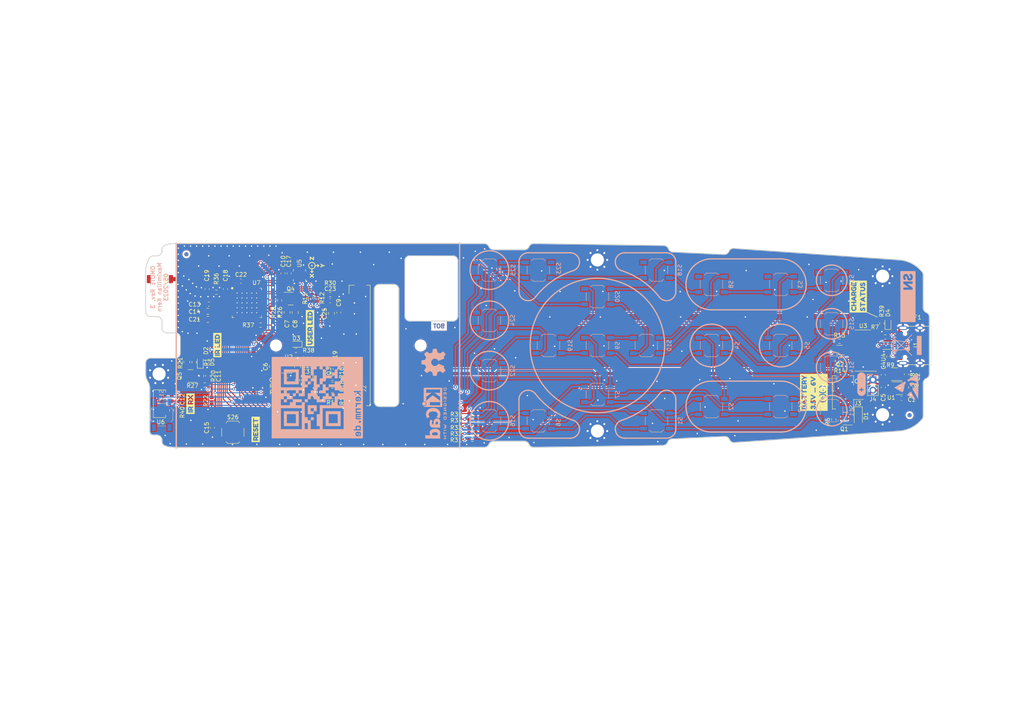
<source format=kicad_pcb>
(kicad_pcb (version 20221018) (generator pcbnew)
  (title_block (title "OMOTE - Open Universal Remote") (date "2023-05-12") (rev "3") (company "Maximilian Kern"))
  (layers (0 "F.Cu" signal) (31 "B.Cu" signal) (34 "B.Paste" user) (35 "F.Paste" user) (36 "B.SilkS" user "B.Silkscreen") (37 "F.SilkS" user "F.Silkscreen") (38 "B.Mask" user) (39 "F.Mask" user) (44 "Edge.Cuts" user))
  (net 0 "")
  (net 1 "+3.3V")
  (net 2 "RTS")
  (net 3 "Net-(AE1-A)")
  (net 4 "DTR")
  (net 5 "CRG_STAT")
  (net 6 "ADC_BAT")
  (net 7 "IO0")
  (net 8 "/LCD_NRST")
  (net 9 "Net-(U3-V3)")
  (net 10 "LCD_EN")
  (net 11 "Net-(Q3-D)")
  (net 12 "Net-(U7-LNA_IN)")
  (net 13 "Net-(D1-K)")
  (net 14 "Net-(D2-A)")
  (net 15 "Net-(D3-A)")
  (net 16 "Net-(D3-K)")
  (net 17 "Net-(D4-K)")
  (net 18 "Net-(J1-CC2)")
  (net 19 "Net-(J1-CC1)")
  (net 24 "SW_B")
  (net 25 "SW_A")
  (net 26 "SW_D")
  (net 27 "SW_C")
  (net 28 "SW_2")
  (net 29 "SW_1")
  (net 30 "SW_E")
  (net 31 "LCD_SCK")
  (net 32 "LCD_MOSI")
  (net 33 "LCD_CS")
  (net 34 "IR_LED")
  (net 35 "SDA")
  (net 36 "LCD_BL")
  (net 37 "LCD_DC")
  (net 38 "SCL")
  (net 39 "IR_RX")
  (net 40 "SW_5")
  (net 41 "USB_RXD")
  (net 42 "USB_TXD")
  (net 43 "SW_4")
  (net 44 "SW_3")
  (net 45 "VBUS")
  (net 46 "Net-(Q2B-B2)")
  (net 47 "+VSW")
  (net 48 "GND")
  (net 49 "/LEDA#1")
  (net 50 "/LEDA#2")
  (net 51 "/LEDA#3")
  (net 52 "/LEDA#4")
  (net 53 "+BATT")
  (net 54 "Net-(Q2A-B1)")
  (net 55 "ESP_EN")
  (net 56 "Net-(Q3-G)")
  (net 57 "Net-(Q4-G)")
  (net 58 "Net-(Q5-D)")
  (net 59 "Net-(Q5-G)")
  (net 60 "Net-(U1-PROG)")
  (net 61 "/TP_NRST")
  (net 62 "ACC_INT")
  (net 63 "Net-(U6-OUT)")
  (net 79 "/VUSB_RAW")
  (net 80 "/D+_1")
  (net 81 "/D-_1")
  (net 82 "/D+_2")
  (net 83 "/D-_2")
  (net 87 "IR_VCC")
  (net 90 "Net-(U2-CE)")
  (net 91 "Net-(D5-A)")
  (footprint "kibuzzard-643EE5A3" (layer "F.Cu") (at 63 116.3 90)
    (fp_text reference "kibuzzard-643EE5A3" hide)
    (fp_text value "G***" hide)
  )
  (footprint "mkern:LED_5mm_Side_Mount" (layer "F.Cu") (at 59.676677 102 90)
    (fp_text reference "D2")
    (fp_text value "SFH4346")
  )
  (footprint "kibuzzard-64A91C1C" (layer "F.Cu") (at 92.8 80.6 90)
    (fp_text reference "kibuzzard-64A91C1C" hide)
    (fp_text value "G***" hide)
  )
  (footprint "Diode_SMD:D_SOD-123" (layer "F.Cu") (at 226.9 119.3 -90)
    (fp_text reference "D1")
    (fp_text value "MBR0520")
  )
  (footprint "Resistor_SMD:R_0603_1608Metric" (layer "F.Cu") (at 222.400146 105.254952 180)
    (fp_text reference "R14")
    (fp_text value "10k")
  )
  (footprint "mkern:JST_PH_B2B-PH-SM4-TB_1x02-1MP_P2.00mm_Vertical" (layer "F.Cu") (at 224.9 113.5 90)
    (fp_text reference "J3")
    (fp_text value "JST_PH_B2B-PH")
  )
  (footprint "Resistor_SMD:R_0603_1608Metric" (layer "F.Cu") (at 97.837763 110.008033 180)
    (fp_text reference "R16")
    (fp_text value "10")
  )
  (footprint "Capacitor_SMD:C_0603_1608Metric" (layer "F.Cu") (at 227.5 109.2)
    (fp_text reference "C24")
    (fp_text value "100nF")
  )
  (footprint "Resistor_SMD:R_0603_1608Metric" (layer "F.Cu") (at 94.8 107 180)
    (fp_text reference "R25")
    (fp_text value "4k7")
  )
  (footprint "Package_TO_SOT_SMD:SOT-23-5" (layer "F.Cu") (at 235.8375 109.05 180)
    (fp_text reference "U8")
    (fp_text value "AP2112K-3.3")
  )
  (footprint "Capacitor_SMD:C_0805_2012Metric" (layer "F.Cu") (at 88.7 93.9 90)
    (fp_text reference "C8")
    (fp_text value "10uF")
  )
  (footprint "Capacitor_SMD:C_0805_2012Metric" (layer "F.Cu") (at 67.25 93.6)
    (fp_text reference "C13")
    (fp_text value "10uF")
  )
  (footprint "Capacitor_SMD:C_0603_1608Metric" (layer "F.Cu") (at 237.5 115)
    (fp_text reference "C1")
    (fp_text value "4.7uF")
  )
  (footprint "Package_TO_SOT_SMD:SOT-23" (layer "F.Cu") (at 63 109.5 180)
    (fp_text reference "Q5")
    (fp_text value "DMG2301L")
  )
  (footprint "Package_TO_SOT_SMD:SOT-23-5" (layer "F.Cu") (at 86.2 107.2 180)
    (fp_text reference "U2")
    (fp_text value "XC6220B331")
  )
  (footprint "Package_TO_SOT_SMD:SOT-23" (layer "F.Cu") (at 223.78125 119.95 180)
    (fp_text reference "Q1")
    (fp_text value "DMG2301L")
  )
  (footprint "Capacitor_SMD:C_0603_1608Metric" (layer "F.Cu") (at 97.3 91)
    (fp_text reference "C23")
    (fp_text value "100nF")
  )
  (footprint "mkern:QFN-48-1EP_7x7mm_P0.5mm_EP5.3x5.3mm_ThermalVias_MR" (layer "F.Cu") (at 76.85 91.55)
    (fp_text reference "U7")
    (fp_text value "ESP32-PICO-D4")
  )
  (footprint "mkern:XDCR_LIS3DHTR" (layer "F.Cu") (at 89.75 84.786992 90)
    (fp_text reference "U5")
    (fp_text value "LIS3DHTR")
  )
  (footprint "Resistor_SMD:R_0603_1608Metric" (layer "F.Cu") (at 65.75625 109.45 90)
    (fp_text reference "R20")
    (fp_text value "10k")
  )
  (footprint "LED_SMD:LED_0603_1608Metric" (layer "F.Cu") (at 88.9 101.7 180)
    (fp_text reference "D3")
    (fp_text value "LED")
  )
  (footprint "Package_TO_SOT_SMD:SOT-23" (layer "F.Cu") (at 87.6 90.5)
    (fp_text reference "Q4")
    (fp_text value "DMG2301L")
  )
  (footprint "Package_TO_SOT_SMD:SOT-363_SC-70-6" (layer "F.Cu") (at 222.300146 103.111992 180)
    (fp_text reference "Q2")
    (fp_text value "MBT3904DW1")
  )
  (footprint "Resistor_SMD:R_0603_1608Metric" (layer "F.Cu") (at 68.2 115.6 90)
    (fp_text reference "R22")
    (fp_text value "10k")
  )
  (footprint "Capacitor_SMD:C_0603_1608Metric" (layer "F.Cu") (at 86.8 110.5)
    (fp_text reference "C20")
    (fp_text value "100nF")
  )
  (footprint "Capacitor_SMD:C_0603_1608Metric" (layer "F.Cu") (at 233.049514 112.28611 -90)
    (fp_text reference "C5")
    (fp_text value "4.7uF")
  )
  (footprint "Fiducial:Fiducial_1mm_Mask2mm" (layer "F.Cu") (at 239.500146 119.111992)
    (fp_text reference "FID3" hide)
    (fp_text value "Fiducial")
  )
  (footprint "kibuzzard-643EE5B9" (layer "F.Cu") (at 79 122.6 90)
    (fp_text reference "kibuzzard-643EE5B9" hide)
    (fp_text value "G***" hide)
  )
  (footprint "Resistor_SMD:R_0603_1608Metric" (layer "F.Cu") (at 97.837763 114.508033 180)
    (fp_text reference "R17")
    (fp_text value "10")
  )
  (footprint "Resistor_SMD:R_0603_1608Metric" (layer "F.Cu") (at 94 90.3 90)
    (fp_text reference "R12")
    (fp_text value "10k")
  )
  (footprint "Capacitor_SMD:C_0805_2012Metric" (layer "F.Cu") (at 97.6 94.1 -90)
    (fp_text reference "C25")
    (fp_text value "10uF")
  )
  (footprint "Resistor_SMD:R_0603_1608Metric" (layer "F.Cu") (at 58.4 117.9 90)
    (fp_text reference "R40")
    (fp_text value "2k2")
  )
  (footprint "MountingHole:MountingHole_3.2mm_M3_Pad_Via" (layer "F.Cu") (at 232.876677 85)
    (fp_text reference "H2" hide)
    (fp_text value "MountingHole")
  )
  (footprint "kibuzzard-643EE600" (layer "F.Cu") (at 226.9 90 90)
    (fp_text reference "kibuzzard-643EE600" hide)
    (fp_text value "G***" hide)
  )
  (footprint "Capacitor_SMD:C_0603_1608Metric" (layer "F.Cu") (at 75.4 86.2 180)
    (fp_text reference "C22")
    (fp_text value "100nF")
  )
  (footprint "Capacitor_SMD:C_0603_1608Metric" (layer "F.Cu") (at 238.7 109.1 90)
    (fp_text reference "C2")
    (fp_text value "1uF")
  )
  (footprint "Fuse:Fuse_1206_3216Metric_Pad1.42x1.75mm_HandSolder" (layer "F.Cu") (at 238 95.1)
    (fp_text reference "F1")
    (fp_text value "500mA")
  )
  (footprint "Resistor_SMD:R_0603_1608Metric" (layer "F.Cu") (at 86.8 113.5 180)
    (fp_text reference "R24")
    (fp_text value "300k")
  )
  (footprint "LED_SMD:LED_0603_1608Metric" (layer "F.Cu") (at 65.4 106.1 90)
    (fp_text reference "D5")
    (fp_text value "LED")
  )
  (footprint "Resistor_SMD:R_0603_1608Metric" (layer "F.Cu") (at 86.8 112)
    (fp_text reference "R23")
    (fp_text value "300k")
  )
  (footprint "Capacitor_SMD:C_0603_1608Metric" (layer "F.Cu") (at 67.25625 109.45 -90)
    (fp_text reference "C11")
    (fp_text value "2.2uF")
  )
  (footprint "kibuzzard-64A91BF0" (layer "F.Cu") (at 92.8 84.9 90)
    (fp_text reference "kibuzzard-64A91BF0" hide)
    (fp_text value "G***" hide)
  )
  (footprint "LOGO" (layer "F.Cu") (at 63 123.5 90)
    (fp_text reference "G***" hide)
    (fp_text value "LOGO" hide)
  )
  (footprint "mkern:TFT_2.83IN_240X320_50PIN" (layer "F.Cu") (at 91.622852 102 90)
    (fp_text reference "J2")
    (fp_text value "Conn_01x50")
    (fp_line (start -15.00519 21.302074) (end -15.002074 17.69481) (stroke (width 0.2)) (layer "Edge.Cuts"))
    (fp_line (start -13.80519 22.502074) (end 13.802074 22.50519) (stroke (width 0.2)) (layer "Edge.Cuts"))
    (fp_line (start -13.802074 16.49481) (end 13.80519 16.497926) (stroke (width 0.2)) (layer "Edge.Cuts"))
    (fp_line (start 5.997926 25.19481) (end 5.99481 35.802074) (stroke (width 0.2)) (layer "Edge.Cuts"))
    (fp_line (start 15.002074 21.30519) (end 15.00519 17.697926) (stroke (width 0.2)) (layer "Edge.Cuts"))
    (fp_line (start 20.802074 37.00519) (end 7.19481 37.002074) (stroke (width 0.2)) (layer "Edge.Cuts"))
    (fp_line (start 20.80519 23.997926) (end 7.197926 23.99481) (stroke (width 0.2)) (layer "Edge.Cuts"))
    (fp_line (start 22.00519 25.197926) (end 22.002074 35.80519) (stroke (width 0.2)) (layer "Edge.Cuts"))
    (fp_arc (start -15.002074 17.69481) (mid -14.650602 16.846282) (end -13.802074 16.49481) (stroke (width 0.2)) (layer "Edge.Cuts"))
    (fp_arc (start -13.80519 22.502074) (mid -14.653718 22.150602) (end -15.00519 21.302074) (stroke (width 0.2)) (layer "Edge.Cuts"))
    (fp_arc (start 5.997926 25.19481) (mid 6.349398 24.34628) (end 7.197926 23.99481) (stroke (width 0.2)) (layer "Edge.Cuts"))
    (fp_arc (start 7.19481 37.002074) (mid 6.346285 36.650604) (end 5.99481 35.802074) (stroke (width 0.2)) (layer "Edge.Cuts"))
    (fp_arc (start 13.80519 16.497926) (mid 14.653715 16.849396) (end 15.00519 17.697926) (stroke (width 0.2)) (layer "Edge.Cuts"))
    (fp_arc (start 15.002074 21.30519) (mid 14.650604 22.153715) (end 13.802074 22.50519) (stroke (width 0.2)) (layer "Edge.Cuts"))
    (fp_arc (start 20.80519 23.997926) (mid 21.653715 24.349396) (end 22.00519 25.197926) (stroke (width 0.2)) (layer "Edge.Cuts"))
    (fp_arc (start 22.002074 35.80519) (mid 21.650604 36.653715) (end 20.802074 37.00519) (stroke (width 0.2)) (layer "Edge.Cuts"))
  )
  (footprint "Package_TO_SOT_SMD:SOT-23-5" (layer "F.Cu") (at 237 112.5)
    (fp_text reference "U1")
    (fp_text value "MCP73831-2-OT")
  )
  (footprint "Package_SO:SOIC-16_3.9x9.9mm_P1.27mm" (layer "F.Cu") (at 228 103.25 180)
    (fp_text reference "U3")
    (fp_text value "CH340C")
  )
  (footprint "mkern:Heimdall vertical" (layer "F.Cu") (at 55.4 116.3 90)
    (fp_text reference "U6")
    (fp_text value "TSSP77038")
  )
  (footprint "kibuzzard-64A91C24" (layer "F.Cu") (at 95.4 82.4 90)
    (fp_text reference "kibuzzard-64A91C24" hide)
    (fp_text value "G***" hide)
  )
  (footprint "Resistor_SMD:R_0603_1608Metric" (layer "F.Cu") (at 132.175 122)
    (fp_text reference "R33")
    (fp_text value "10k")
  )
  (footprint "Resistor_SMD:R_0603_1608Metric" (layer "F.Cu") (at 232.7 96.6 -90)
    (fp_text reference "R39")
    (fp_text value "2k2")
  )
  (footprint "Capacitor_SMD:C_0603_1608Metric" (layer "F.Cu") (at 71.6 88.161493 -90)
    (fp_text reference "C18")
    (fp_text value "1.2pF")
  )
  (footprint "Capacitor_SMD:C_0805_2012Metric" (layer "F.Cu") (at 95.35 113.45 90)
    (fp_text reference "C16")
    (fp_text value "10uF")
  )
  (footprint "Resistor_SMD:R_0603_1608Metric" (layer "F.Cu") (at 97.837763 113.008033 180)
    (fp_text reference "R15")
    (fp_text value "10")
  )
  (footprint "Fiducial:Fiducial_1mm_Mask2mm" (layer "F.Cu") (at 62.000146 79.611992)
    (fp_text reference "FID4" hide)
    (fp_text value "Fiducial")
  )
  (footprint "LED_SMD:LED_0603_1608Metric" (layer "F.Cu") (at 234.2 96.6 90)
    (fp_text reference "D4")
    (fp_text value "LED")
  )
  (footprint "Capacitor_SMD:C_0603_1608Metric" (layer "F.Cu") (at 233.043 109.195114 90)
    (fp_text reference "C4")
    (fp_text value "1uF")
  )
  (footprint "Resistor_SMD:R_0603_1608Metric" (layer "F.Cu") (at 97.837763 111.508033 180)
    (fp_text reference "R18")
    (fp_text value "10")
  )
  (footprint "Resistor_SMD:R_0603_1608Metric" (layer "F.Cu") (at 220.9 120.2 -90)
    (fp_text reference "R6")
    (fp_text value "10k")
  )
  (footprint "Capacitor_SMD:C_0603_1608Metric" (layer "F.Cu") (at 85.7 84.3 90)
    (fp_text reference "C10")
    (fp_text value "100nF")
  )
  (footprint "Resistor_SMD:R_0603_1608Metric" (layer "F.Cu") (at 66.49375 111.7)
    (fp_text reference "R27")
    (fp_text value "330")
  )
  (footprint "Resistor_SMD:R_0603_1608Metric" (layer "F.Cu") (at 80.2 97)
    (fp_text reference "R37")
    (fp_text value "10k")
  )
  (footprint "Resistor_SMD:R_0603_1608Metric" (layer "F.Cu") (at 69.35 88.911809)
    (fp_text reference "R36")
    (fp_text value "0")
  )
  (footprint "MountingHole:MountingHole_2.5mm" (layer "F.Cu") (at 84 102)
    (fp_text reference "H7" hide)
    (fp_text value "MountingHole")
  )
  (footprint "Resistor_SMD:R_0603_1608Metric" (layer "F.Cu") (at 94.8 105.4 180)
    (fp_text reference "R29")
    (fp_text value "330")
  )
  (footprint "Capacitor_SMD:C_0805_2012Metric" (layer "F.Cu") (at 86.7 93.9 90)
    (fp_text reference "C7")
    (fp_text value "10uF")
  )
  (footprint "Resistor_SMD:R_0603_1608Metric" (layer "F.Cu") (at 84.9 90.925 -90)
    (fp_text reference "R26")
    (fp_text value "10k")
  )
  (footprint "kibuzzard-643EE46C" (layer "F.Cu") (at 92.35 97.75 90)
    (fp_text reference "kibuzzard-643EE46C" hide)
    (fp_text value "G***" hide)
  )
  (footprint "Capacitor_SMD:C_0603_1608Metric" (layer "F.Cu") (at 67.1 88.161493 -90)
    (fp_text reference "C19")
    (fp_text value "1.2pF")
  )
  (footprint "Package_TO_SOT_SMD:SOT-666" (layer "F.Cu") (at 233.7 102.05 180)
    (fp_text reference "U4")
    (fp_text value "USBLC6-2P6")
  )
  (footprint "Capacitor_SMD:C_0603_1608Metric" (layer "F.Cu") (at 67.5 91.85 180)
    (fp_text reference "C14")
    (fp_text value "100nF")
  )
  (footprint "MountingHole:MountingHole_3.2mm_M3_Pad_Via" (layer "F.Cu") (at 162.876677 123)
    (fp_text reference "H5" hide)
    (fp_text value "MountingHole")
  )
  (footprint "MountingHole:MountingHole_3.2mm_M3_Pad_Via" (layer "F.Cu") (at 55.300146 109 22.5)
    (fp_text reference "H4" hide)
    (fp_text value "MountingHole")
  )
  (footprint "kibuzzard-643EE8B3" (layer "F.Cu") (at 216 113.5 90)
    (fp_text reference "kibuzzard-643EE8B3" hide)
    (fp_text value "G***" hide)
  )
  (footprint "Capacitor_SMD:C_0805_2012Metric" (layer "F.Cu") (at 89.3 107.2 -90)
    (fp_text reference "C3")
    (fp_text value "10uF")
  )
  (footprint "Capacitor_SMD:C_0603_1608Metric" (layer "F.Cu") (at 87.2 84.3 90)
    (fp_text reference "C17")
    (fp_text value "100nF")
  )
  (footprint "Connector_PinHeader_2.54mm:PinHeader_1x02_P2.54mm_Vertical" (layer "F.Cu") (at 230.5 110.425)
    (fp_text reference "J4")
    (fp_text value "2.54x2 Header")
  )
  (footprint "Capacitor_SMD:C_0805_2012Metric" (layer "F.Cu") (at 83.1 107.2 90)
    (fp_text reference "C6")
    (fp_text value "10uF")
  )
  (footprint "Resistor_SMD:R_0603_1608Metric" (layer "F.Cu") (at 132.175 123.5)
    (fp_text reference "R32")
    (fp_text value "10k")
  )
  (footprint "Resistor_SMD:R_0603_1608Metric" (layer "F.Cu") (at 132.175 125)
    (fp_text reference "R31")
    (fp_text value "10k")
  )
  (footprint "kibuzzard-643EE532" (layer "F.Cu") (at 69.6 101.9 90)
    (fp_text reference "kibuzzard-643EE532" hide)
    (fp_text value "G***" hide)
  )
  (footprint "Resistor_SMD:R_0603_1608Metric" (layer "F.Cu") (at 98.537763 107.75 90)
    (fp_text reference "R19")
    (fp_text value "10k")
  )
  (footprint "Resistor_SMD:R_0603_1608Metric" (layer "F.Cu") (at 132.2 120.2)
    (fp_text reference "R34")
    (fp_text value "10k")
  )
  (footprint "Resistor_SMD:R_0603_1608Metric" (layer "F.Cu") (at 239.8 112.3 90)
    (fp_text reference "R8")
    (fp_text value "3k")
  )
  (footprint "Resistor_SMD:R_0603_1608Metric" (layer "F.Cu") (at 83.4375 90.925 -90)
    (fp_text reference "R28")
    (fp_text value "330")
  )
  (footprint "Resistor_SMD:R_0603_1608Metric" (layer "F.Cu") (at 63.9 106.1 -90)
    (fp_text reference "R1")
    (fp_text value "2k2")
  )
  (footprint "Resistor_SMD:R_0603_1608Metric" (layer "F.Cu") (at 132.2 118.7)
    (fp_text reference "R35")
    (fp_text value "10k")
  )
  (footprint "mkern:RFANT5220110A2T" (layer "F.Cu") (at 55.500146 85.711992)
    (fp_text reference "AE1" hide)
    (fp_text value "Antenna")
  )
  (footprint "Resistor_SMD:R_0603_1608Metric" (layer "F.Cu") (at 89.3 110.5 -90)
    (fp_text reference "R10")
    (fp_text value "0")
  )
  (footprint "MountingHole:MountingHole_3.2mm_M3_Pad_Via" (layer "F.Cu") (at 162.876677 81)
    (fp_text reference "H1" hide)
    (fp_text value "MountingHole")
  )
  (footprint "Resistor_SMD:R_0603_1608Metric" (layer "F.Cu") (at 92.5 90.3 90)
    (fp_text reference "R11")
    (fp_text value "10k")
  )
  (footprint "Capacitor_SMD:C_0603_1608Metric" (layer "F.Cu") (at 58.4 114.9 90)
    (fp_text reference "C12")
    (fp_text value "100nF")
  )
  (footprint "Resistor_SMD:R_0603_1608Metric" (layer "F.Cu") (at 234.4 104.7 90)
    (fp_text reference "R9")
    (fp_text value "5.1k")
  )
  (footprint "Capacitor_SMD:C_0603_1608Metric" (layer "F.Cu") (at 68.4 122.2 90)
    (fp_text reference "C15")
    (fp_text value "100nF")
  )
  (footprint "Capacitor_SMD:C_0603_1608Metric" (layer "F.Cu") (at 99.4 93.9 90)
    (fp_text reference "C9")
    (fp_text value "100nF")
  )
  (footprint "Button_Switch_SMD:SW_SPST_TL3342" (layer "F.Cu") (at 73.4 123.3 180)
    (fp_text reference "S26")
    (fp_text value "TL3342F160QG")
  )
  (footprint "Resistor_SMD:R_0603_1608Metric" (layer "F.Cu") (at 222.310276 100.94946)
    (fp_text reference "R13")
    (fp_text value "10k")
  )
  (footprint "Resistor_SMD:R_0805_2012Metric" (layer "F.Cu") (at 62.1 106.0625 90)
    (fp_text reference "R21")
    (fp_text value "3R3")
  )
  (footprint "mkern:USB_C_Receptacle_HRO_TYPE-C-31-M-12" (layer "F.Cu") (at 241 102 90)
    (fp_text reference "J1")
    (fp_text value "USB_C_Receptacle_USB2.0")
  )
  (footprint "Resistor_SMD:R_0603_1608Metric" (layer "F.Cu") (at 97.3 89.5)
    (fp_text reference "R30")
    (fp_text value "10k")
  )
  (footprint "MountingHole:MountingHole_3.2mm_M3_Pad_Via" (layer "F.Cu") (at 232.876677 119)
    (fp_text reference "H3" hide)
    (fp_text value "MountingHole")
  )
  (footprint "MountingHole:MountingHole_2.5mm" (layer "F.Cu") (at 119.5 102)
    (fp_text reference "H6" hide)
    (fp_text value "MountingHole")
  )
  (footprint "Resistor_SMD:R_0603_1608Metric" (layer "F.Cu") (at 88.9 103.2)
    (fp_text reference "R38")
    (fp_text value "2k2")
  )
  (footprint "Capacitor_SMD:C_0805_2012Metric" (layer "F.Cu") (at 67.25 95.6)
    (fp_text reference "C21")
    (fp_text value "10uF")
  )
  (footprint "Package_TO_SOT_SMD:SOT-23" (layer "F.Cu") (at 94.6 109.8 -90)
    (fp_text reference "Q3")
    (fp_text value "DMG2301L")
  )
  (footprint "Resistor_SMD:R_0603_1608Metric" (layer "F.Cu") (at 233.5 99.9)
    (fp_text reference "R7")
    (fp_text value "5.1k")
  )
  (footprint "Button_Switch_SMD:SW_SPST_TL3342" (layer "B.Cu") (at 136.376677 95.833333)
    (fp_text reference "S24")
    (fp_text value "TL3342F160QG")
  )
  (footprint "Button_Switch_SMD:SW_SPST_TL3342" (layer "B.Cu") (at 55.93694 119.005171 -90)
    (fp_text reference "S17")
    (fp_text value "TL3342F160QG")
  )
  (footprint "Button_Switch_SMD:SW_SPST_TL3342" (layer "B.Cu") (at 207.876677 87)
    (fp_text reference "S3")
    (fp_text value "TL3342F160QG")
  )
  (footprint "Button_Switch_SMD:SW_SPST_TL3342" (layer "B.Cu") (at 148.376677 120.5)
    (fp_text reference "S6")
    (fp_text value "TL3342F160QG")
  )
  (footprint "Button_Switch_SMD:SW_SPST_TL3342" (layer "B.Cu") (at 190.876677 117)
    (fp_text reference "S2")
    (fp_text value "TL3342F160QG")
  )
  (footprint "Button_Switch_SMD:SW_SPST_TL3342" (layer "B.Cu") (at 136.376677 83.5)
    (fp_text reference "S25")
    (fp_text value "TL3342F160QG")
  )
  (footprint "kibuzzard-644014FA" (layer "B.Cu") (at 239.1 90 -90)
    (fp_text reference "kibuzzard-644014FA" hide)
    (fp_text value "G***" hide)
  )
  (footprint "Button_Switch_SMD:SW_SPST_TL3342" (layer "B.Cu") (at 207.876677 102)
    (fp_text reference "S5")
    (fp_text value "TL3342F160QG")
  )
  (footprint "kibuzzard-63D97EAF" (layer "B.Cu") (at 227.7 111.5 90)
    (fp_text reference "kibuzzard-63D97EAF" hide)
    (fp_text value "G***" hide)
  )
  (footprint "Fiducial:Fiducial_1mm_Mask2mm" (layer "B.Cu") (at 239.500146 119.111992 180)
    (fp_text reference "FID1" hide)
    (fp_text value "Fiducial")
  )
  (footprint "Button_Switch_SMD:SW_SPST_TL3342" (layer "B.Cu") (at 207.876677 117)
    (fp_text reference "S12")
    (fp_text value "TL3342F160QG")
  )
  (footprint "Button_Switch_SMD:SW_SPST_TL3342" (layer "B.Cu") (at 190.876677 102)
    (fp_text reference "S4")
    (fp_text value "TL3342F160QG")
  )
  (footprint "Button_Switch_SMD:SW_SPST_TL3342" (layer "B.Cu") (at 220.376677 96.666667)
    (fp_text reference "S15")
    (fp_text value "TL3342F160QG")
  )
  (footprint "Button_Switch_SMD:SW_SPST_TL3342" (layer "B.Cu") (at 162.876677 114)
    (fp_text reference "S7")
    (fp_text value "TL3342F160QG")
  )
  (footprint "Button_Switch_SMD:SW_SPST_TL3342" (layer "B.Cu") (at 148.376677 83.5)
    (fp_text reference "S23")
    (fp_text value "TL3342F160QG")
  )
  (footprint "Button_Switch_SMD:SW_SPST_TL3342" (layer "B.Cu") (at 136.376677 108.166667)
    (fp_text reference "S22")
    (fp_text value "TL3342F160QG")
  )
  (footprint "Symbol:OSHW-Symbol_6.7x6mm_SilkScreen" (layer "B.Cu") (at 122.675 106.125 -90)
    (fp_text reference "REF**" hide)
    (fp_text value "OSHW-Symbol_6.7x6mm_SilkScreen" hide)
  )
  (footprint "Fiducial:Fiducial_1mm_Mask2mm" (layer "B.Cu") (at 62.000146 79.611992 180)
    (fp_text reference "FID2" hide)
    (fp_text value "Fiducial")
  )
  (footprint "Symbol:KiCad-Logo2_5mm_SilkScreen" (layer "B.Cu") (at 122.85 118.65 -90)
    (fp_text reference "REF**" hide)
    (fp_text value "KiCad-Logo2_5mm_SilkScreen" hide)
  )
  (footprint "Symbol:WEEE-Logo_5.6x8mm_SilkScreen" (layer "B.Cu") (at 238.425 102 -90)
    (fp_text reference "REF**" hide)
    (fp_text value "WEEE-Logo_5.6x8mm_SilkScreen" hide)
  )
  (footprint "Button_Switch_SMD:SW_SPST_TL3342" (layer "B.Cu") (at 220.376677 107.333333)
    (fp_text reference "S14")
    (fp_text value "TL3342F160QG")
  )
  (footprint "Button_Switch_SMD:SW_SPST_TL3342" (layer "B.Cu") (at 190.876677 87)
    (fp_text reference "S8")
    (fp_text value "TL3342F160QG")
  )
  (footprint "Symbol:ESD-Logo_6.6x6mm_SilkScreen" (layer "B.Cu") (at 238.65 112.2 -90)
    (fp_text reference "REF**" hide)
    (fp_text value "ESD-Logo_6.6x6mm_SilkScreen" hide)
  )
  (footprint "Button_Switch_SMD:SW_SPST_TL3342" (layer "B.Cu") (at 150.876677 102)
    (fp_text reference "S19")
    (fp_text value "TL3342F160QG")
  )
  (footprint "Button_Switch_SMD:SW_SPST_TL3342" (layer "B.Cu") (at 162.876677 90)
    (fp_text reference "S20")
    (fp_text value "TL3342F160QG")
  )
  (footprint "Button_Switch_SMD:SW_SPST_TL3342" (layer "B.Cu") (at 177.376677 83.5)
    (fp_text reference "S18")
    (fp_text value "TL3342F160QG")
  )
  (footprint "Button_Switch_SMD:SW_SPST_TL3342" (layer "B.Cu") (at 220.376677 118)
    (fp_text reference "S11")
    (fp_text value "TL3342F160QG")
  )
  (footprint "Button_Switch_SMD:SW_SPST_TL3342" (layer "B.Cu") (at 162.876677 102)
    (fp_text reference "S9")
    (fp_text value "TL3342F160QG")
  )
  (footprint "kibuzzard-643EE23D" (layer "B.Cu") (at 103.95 114.8 -90)
    (fp_text reference "kibuzzard-643EE23D" hide)
    (fp_text value "G***" hide)
  )
  (footprint "Button_Switch_SMD:SW_SPST_TL3342" (layer "B.Cu") (at 174.876677 102)
    (fp_text reference "S10")
    (fp_text value "TL3342F160QG")
  )
  (footprint "Button_Switch_SMD:SW_SPST_TL3342" (layer "B.Cu") (at 136.376677 120.5)
    (fp_text reference "S16")
    (fp_text value "TL3342F160QG")
  )
  (footprint "Button_Switch_SMD:SW_SPST_TL3342" (layer "B.Cu") (at 177.376677 120.5)
    (fp_text reference "S1")
    (fp_text value "TL3342F160QG")
  )
  (footprint "Button_Switch_SMD:SW_SPST_TL3342" (layer "B.Cu") (at 220.376677 86)
    (fp_text reference "S13")
    (fp_text value "TL3342F160QG")
  )
  (footprint "LOGO" (layer "B.Cu") (at 92.925 114.8)
    (fp_text reference "G***" hide)
    (fp_text value "LOGO" hide)
  )
  (gr_line (start 169.521408 79.249994) (end 179.876673 79.249994) (stroke (width 0.3)) (layer "B.SilkS"))
  (gr_circle (center 136.376673 95.833327) (end 136.376673 100.583327) (stroke (width 0.3)) (fill none) (layer "B.SilkS"))
  (gr_circle (center 207.876673 101.999994) (end 207.876673 107.249994) (stroke (width 0.3)) (fill none) (layer "B.SilkS"))
  (gr_arc (start 169.521408 124.749994) (mid 167.298979 122.851181) (end 168.827642 120.359623) (stroke (width 0.3)) (layer "B.SilkS"))
  (gr_circle (center 136.376673 108.166661) (end 136.376673 112.916661) (stroke (width 0.3)) (fill none) (layer "B.SilkS"))
  (gr_line (start 143.626673 88.756033) (end 143.626673 81.499994) (stroke (width 0.3)) (layer "B.SilkS"))
  (gr_arc (start 190.876673 93.249994) (mid 184.626673 86.999994) (end 190.876673 80.749994) (stroke (width 0.3)) (layer "B.SilkS"))
  (gr_arc (start 145.876673 124.749994) (mid 144.285683 124.090984) (end 143.626673 122.499994) (stroke (width 0.3)) (layer "B.SilkS"))
  (gr_line (start 59.476673 127.199994) (end 59.476673 76.799994) (stroke (width 0.3)) (layer "B.SilkS"))
  (gr_circle (center 162.876673 101.999994) (end 162.876673 118.499994) (stroke (width 0.3)) (fill none) (layer "B.SilkS"))
  (gr_line (start 129.076673 76.799994) (end 129.076673 127.199994) (stroke (width 0.3)) (layer "B.SilkS"))
  (gr_arc (start 178.101731 113.861175) (mid 180.607727 113.116031) (end 182.126673 115.243955) (stroke (width 0.3)) (layer "B.SilkS"))
  (gr_line (start 179.876673 124.749994) (end 169.521408 124.749994) (stroke (width 0.3)) (layer "B.SilkS"))
  (gr_arc (start 179.876673 79.249994) (mid 181.467663 79.909004) (end 182.126673 81.499994) (stroke (width 0.3)) (layer "B.SilkS"))
  (gr_arc (start 207.876673 80.749994) (mid 214.126673 86.999994) (end 207.876673 93.249994) (stroke (width 0.3)) (layer "B.SilkS"))
  (gr_arc (start 147.651615 90.138813) (mid 151.801318 86.194093) (end 156.925704 83.640365) (stroke (width 0.3)) (layer "B.SilkS"))
  (gr_arc (start 190.876673 123.249994) (mid 184.626673 116.999994) (end 190.876673 110.749994) (stroke (width 0.3)) (layer "B.SilkS"))
  (gr_arc (start 182.126673 88.756033) (mid 180.607727 90.883957) (end 178.101731 90.138813) (stroke (width 0.3)) (layer "B.SilkS"))
  (gr_line (start 190.876673 123.249994) (end 207.876673 123.249994) (stroke (width 0.3)) (layer "B.SilkS"))
  (gr_arc (start 156.925704 120.359623) (mid 151.801318 117.805895) (end 147.651615 113.861175) (stroke (width 0.3)) (layer "B.SilkS"))
  (gr_circle (center 220.376673 107.333327) (end 220.376673 111.083327) (stroke (width 0.3)) (fill none) (layer "B.SilkS"))
  (gr_line (start 190.876673 80.749994) (end 207.876673 80.749994) (stroke (width 0.3)) (layer "B.SilkS"))
  (gr_circle (center 220.376673 96.666661) (end 220.376673 100.416661) (stroke (width 0.3)) (fill none) (layer "B.SilkS"))
  (gr_circle (center 220.376673 85.999994) (end 220.376673 89.749994) (stroke (width 0.3)) (fill none) (layer "B.SilkS"))
  (gr_line (start 207.876673 93.249994) (end 190.876673 93.249994) (stroke (width 0.3)) (layer "B.SilkS"))
  (gr_arc (start 143.626673 81.499994) (mid 144.285683 79.909004) (end 145.876673 79.249994) (stroke (width 0.3)) (layer "B.SilkS"))
  (gr_arc (start 168.827642 83.640365) (mid 167.298984 81.148807) (end 169.521408 79.249994) (stroke (width 0.3)) (layer "B.SilkS"))
  (gr_line (start 143.626673 122.499994) (end 143.626673 115.243955) (stroke (width 0.3)) (layer "B.SilkS"))
  (gr_arc (start 147.651615 90.138813) (mid 145.145619 90.883957) (end 143.626673 88.756033) (stroke (width 0.3)) (layer "B.SilkS"))
  (gr_circle (center 136.376673 120.499994) (end 136.376673 125.249994) (stroke (width 0.3)) (fill none) (layer "B.SilkS"))
  (gr_line (start 182.126673 115.243955) (end 182.126673 122.499994) (stroke (width 0.3)) (layer "B.SilkS"))
  (gr_arc (start 182.126673 122.499994) (mid 181.467663 124.090984) (end 179.876673 124.749994) (stroke (width 0.3)) (layer "B.SilkS"))
  (gr_arc (start 207.876673 110.749994) (mid 214.126673 116.999994) (end 207.876673 123.249994) (stroke (width 0.3)) (layer "B.SilkS"))
  (gr_arc (start 178.101731 113.861175) (mid 173.952028 117.805895) (end 168.827642 120.359623) (stroke (width 0.3)) (layer "B.SilkS"))
  (gr_line (start 156.231938 124.749994) (end 145.876673 124.749994) (stroke (width 0.3)) (layer "B.SilkS"))
  (gr_circle (center 220.376673 117.999994) (end 220.376673 121.749994) (stroke (width 0.3)) (fill none) (layer "B.SilkS"))
  (gr_circle (center 136.376673 83.499994) (end 136.376673 88.249994) (stroke (width 0.3)) (fill none) (layer "B.SilkS"))
  (gr_arc (start 143.626673 115.243955) (mid 145.145619 113.11603) (end 147.651615 113.861175) (stroke (width 0.3)) (layer "B.SilkS"))
  (gr_arc (start 168.827642 83.640365) (mid 173.952028 86.194093) (end 178.101731 90.138813) (stroke (width 0.3)) (layer "B.SilkS"))
  (gr_arc (start 156.231938 79.249994) (mid 158.454362 81.148807) (end 156.925704 83.640365) (stroke (width 0.3)) (layer "B.SilkS"))
  (gr_circle (center 190.876673 101.999994) (end 190.876673 107.249994) (stroke (width 0.3)) (fill none) (layer "B.SilkS"))
  (gr_line (start 145.876673 79.249994) (end 156.231938 79.249994) (stroke (width 0.3)) (layer "B.SilkS"))
  (gr_line (start 182.126673 81.499994) (end 182.126673 88.756033) (stroke (width 0.3)) (layer "B.SilkS"))
  (gr_arc (start 156.925704 120.359623) (mid 158.454365 122.851181) (end 156.231938 124.749994) (stroke (width 0.3)) (layer "B.SilkS"))
  (gr_line (start 207.876673 110.749994) (end 190.876673 110.749994) (stroke (width 0.3)) (layer "B.SilkS"))
  (gr_line (start 92.8 83.199998) (end 92.8 84.099998) (stroke (width 0.2)) (layer "F.SilkS"))
  (gr_line (start 92.8 84.099998) (end 93.1 83.799998) (stroke (width 0.2)) (layer "F.SilkS"))
  (gr_line (start 93.6 82.4) (end 94.5 82.4) (stroke (width 0.2)) (layer "F.SilkS"))
  (gr_line (start 92.8 84.099998) (end 92.5 83.799998) (stroke (width 0.2)) (layer "F.SilkS"))
  (gr_line (start 231.6 95.05) (end 229 93.85) (stroke (width 0.15)) (layer "F.SilkS"))
  (gr_circle (center 92.8 82.4) (end 93.6 82.4) (stroke (width 0.2)) (fill none) (layer "F.SilkS"))
  (gr_line (start 94.5 82.4) (end 94.2 82.1) (stroke (width 0.2)) (layer "F.SilkS"))
  (gr_circle (center 92.8 82.4) (end 92.9 82.4) (stroke (width 0.2)) (fill none) (layer "F.SilkS"))
  (gr_line (start 94.5 82.4) (end 94.2 82.7) (stroke (width 0.2)) (layer "F.SilkS"))
  (gr_arc locked (start 56.827732 77.345632) (mid 57.900277 77.086948) (end 59.000146 77) (stroke (width 0.2)) (layer "Edge.Cuts"))
  (gr_arc locked (start 243.603208 93.91243) (mid 243.058221 93.47082) (end 242.853208 92.8) (stroke (width 0.2)) (layer "Edge.Cuts"))
  (gr_arc locked (start 243.603208 93.91243) (mid 244.148195 94.35404) (end 244.353208 95.02486) (stroke (width 0.2)) (layer "Edge.Cuts"))
  (gr_arc locked (start 54.800146 124) (mid 55.648694 124.351461) (end 56.000146 125.2) (stroke (width 0.2)) (layer "Edge.Cuts"))
  (gr_arc locked (start 244.353208 108.97514) (mid 244.148196 109.645961) (end 243.603208 110.08757) (stroke (width 0.2)) (layer "Edge.Cuts"))
  (gr_arc locked (start 180.120485 125.736256) (mid 180.53635 125.177576) (end 181.192474 124.944004) (stroke (width 0.2)) (layer "Edge.Cuts"))
  (gr_arc locked (start 52.000146 106.3) (mid 52.351618 105.451472) (end 53.200146 105.1) (stroke (width 0.2)) (layer "Edge.Cuts"))
  (gr_line locked (start 60.500146 100.1) (end 60.500146 103.9) (stroke (width 0.2)) (layer "Edge.Cuts"))
  (gr_arc locked (start 52.500146 110.746425) (mid 52.127611 109.908295) (end 52.000146 109) (stroke (width 0.2)) (layer "Edge.Cuts"))
  (gr_arc locked (start 53.920776 124) (mid 53.269804 123.730352) (end 53.000146 123.07937) (stroke (width 0.2)) (layer "Edge.Cuts"))
  (gr_arc locked (start 242.588502 120.044789) (mid 240.132901 122.083502) (end 237.075719 123) (stroke (width 0.2)) (layer "Edge.Cuts"))
  (gr_arc locked (start 136.264247 126.25) (mid 135.822638 126.794988) (end 135.151817 127) (stroke (width 0.2)) (layer "Edge.Cuts"))
  (gr_arc locked (start 52.000146 84) (mid 52.221064 82.255282) (end 52.869872 80.62069) (stroke (width 0.2)) (layer "Edge.Cuts"))
  (gr_line locked (start 242.853208 119.292975) (end 242.853208 111.2) (stroke (width 0.2)) (layer "Edge.Cuts"))
  (gr_line locked (start 59.000146 127) (end 135.151817 127) (stroke (width 0.2)) (layer "Edge.Cuts"))
  (gr_arc locked (start 181.375318 79.064707) (mid 180.71855 78.830633) (end 180.30278 78.270927) (stroke (width 0.2)) (layer "Edge.Cuts"))
  (gr_arc locked (start 242.588502 83.955211) (mid 242.785099 84.308498) (end 242.853208 84.707025) (stroke (width 0.2)) (layer "Edge.Cuts"))
  (gr_arc locked (start 56.000146 78.8) (mid 55.648674 79.648528) (end 54.800146 80) (stroke (width 0.2)) (layer "Edge.Cuts"))
  (gr_arc locked (start 179.210574 77.476372) (mid 179.879075 77.705399) (end 180.30278 78.270927) (stroke (width 0.2)) (layer "Edge.Cuts"))
  (gr_line locked (start 56.000146 125.2) (end 56.000146 125.51362) (stroke (width 0.2)) (layer "Edge.Cuts"))
  (gr_line locked (start 242.853208 92.8) (end 242.853208 84.707025) (stroke (width 0.2)) (layer "Edge.Cuts"))
  (gr_line locked (start 52.000146 84) (end 52.000146 93.7) (stroke (width 0.2)) (layer "Edge.Cuts"))
  (gr_arc locked (start 56.000146 78.48638) (mid 56.228833 77.781716) (end 56.827732 77.345632) (stroke (width 0.2)) (layer "Edge.Cuts"))
  (gr_arc locked (start 54.800146 94.9) (mid 55.648674 95.251472) (end 56.000146 96.1) (stroke (width 0.2)) (layer "Edge.Cuts"))
  (gr_line locked (start 54.800146 80) (end 53.920776 80) (stroke (width 0.2)) (layer "Edge.Cuts"))
  (gr_line locked (start 53.000146 112.49285) (end 53.000146 123.07937) (stroke (width 0.2)) (layer "Edge.Cuts"))
  (gr_line locked (start 56.000146 96.1) (end 56.000146 97.7) (stroke (width 0.2)) (layer "Edge.Cuts"))
  (gr_arc locked (start 57.200146 98.9) (mid 56.351618 98.548528) (end 56.000146 97.7) (stroke (width 0.2)) (layer "Edge.Cuts"))
  (gr_circle locked (center 55.300146 109) (end 55.300146 110.5) (stroke (width 0.2)) (fill none) (layer "Edge.Cuts"))
  (gr_arc locked (start 196.453615 125.833266) (mid 195.747039 125.644667) (end 195.281112 125.080975) (stroke (width 0.2)) (layer "Edge.Cuts"))
  (gr_arc locked (start 52.869872 80.62069) (mid 53.310519 80.166759) (end 53.920776 80) (stroke (width 0.2)) (layer "Edge.Cuts"))
  (gr_arc locked (start 242.853208 119.292975) (mid 242.785108 119.691507) (end 242.588502 120.044789) (stroke (width 0.2)) (layer "Edge.Cuts"))
  (gr_line locked (start 52.000146 106.3) (end 52.000146 109) (stroke (width 0.2)) (layer "Edge.Cuts"))
  (gr_arc locked (start 194.110082 124.328613) (mid 194.815828 124.517665) (end 195.281112 125.080975) (stroke (width 0.2)) (layer "Edge.Cuts"))
  (gr_arc locked (start 147.201537 127) (mid 146.530734 126.794972) (end 146.089107 126.25) (stroke (width 0.2)) (layer "Edge.Cuts"))
  (gr_line locked (start 147.201537 127) (end 148.6767 127) (stroke (width 0.2)) (layer "Edge.Cuts"))
  (gr_line locked (start 179.210574 77.476372) (end 148.6767 77) (stroke (width 0.2)) (layer "Edge.Cuts"))
  (gr_line locked (start 135.151817 77) (end 59.000146 77) (stroke (width 0.2)) (layer "Edge.Cuts"))
  (gr_circle locked (center 162.876677 81) (end 162.876677 82.5) (stroke (width 0.2)) (fill none) (layer "Edge.Cuts"))
  (gr_arc locked (start 60.500146 103.9) (mid 60.148674 104.748528) (end 59.300146 105.1) (stroke (width 0.2)) (layer "Edge.Cuts"))
  (gr_line locked (start 53.200146 94.9) (end 54.800146 94.9) (stroke (width 0.2)) (layer "Edge.Cuts"))
  (gr_line locked (start 57.200146 98.9) (end 59.300146 98.9) (stroke (width 0.2)) (layer "Edge.Cuts"))
  (gr_circle locked (center 232.876677 85) (end 232.876677 86.5) (stroke (width 0.2)) (fill none) (layer "Edge.Cuts"))
  (gr_arc locked (start 195.149097 78.912659) (mid 195.614934 78.348942) (end 196.321468 78.160285) (stroke (width 0.2)) (layer "Edge.Cuts"))
  (gr_line locked (start 237.075719 81) (end 196.321468 78.160285) (stroke (width 0.2)) (layer "Edge.Cuts"))
  (gr_arc locked (start 242.853208 111.2) (mid 243.058221 110.52918) (end 243.603208 110.08757) (stroke (width 0.2)) (layer "Edge.Cuts"))
  (gr_line locked (start 56.000146 78.48638) (end 56.000146 78.8) (stroke (width 0.2)) (layer "Edge.Cuts"))
  (gr_line locked (start 148.6767 127) (end 179.028604 126.52929) (stroke (width 0.2)) (layer "Edge.Cuts"))
  (gr_circle locked (center 162.876677 123) (end 162.876677 124.5) (stroke (width 0.2)) (fill none) (layer "Edge.Cuts"))
  (gr_arc locked (start 59.300146 98.9) (mid 60.148674 99.251472) (end 60.500146 100.1) (stroke (width 0.2)) (layer "Edge.Cuts"))
  (gr_line locked (start 181.192474 124.944004) (end 194.110082 124.328613) (stroke (width 0.2)) (layer "Edge.Cuts"))
  (gr_arc locked (start 52.500146 110.746425) (mid 52.872683 111.584555) (end 53.000146 112.49285) (stroke (width 0.2)) (layer "Edge.Cuts"))
  (gr_arc locked (start 136.264247 126.25) (mid 136.705856 125.705012) (end 137.376677 125.5) (stroke (width 0.2)) (layer "Edge.Cuts"))
  (gr_circle locked (center 232.876677 119) (end 232.876677 120.5) (stroke (width 0.2)) (fill none) (layer "Edge.Cuts"))
  (gr_arc locked (start 146.089107 77.75) (mid 146.530717 77.205013) (end 147.201537 77) (stroke (width 0.2)) (layer "Edge.Cuts"))
  (gr_arc locked (start 56.827732 126.654368) (mid 56.228841 126.218279) (end 56.000146 125.51362) (stroke (width 0.2)) (layer "Edge.Cuts"))
  (gr_arc locked (start 59.000146 127) (mid 57.900278 126.913047) (end 56.827732 126.654368) (stroke (width 0.2)) (layer "Edge.Cuts"))
  (gr_line locked (start 144.976677 78.5) (end 137.376677 78.5) (stroke (width 0.2)) (layer "Edge.Cuts"))
  (gr_arc locked (start 180.120485 125.736256) (mid 179.69659 126.30082) (end 179.028604 126.52929) (stroke (width 0.2)) (layer "Edge.Cuts"))
  (gr_line locked (start 193.978036 79.665096) (end 181.375318 79.064707) (stroke (width 0.2)) (layer "Edge.Cuts"))
  (gr_line locked (start 53.920776 124) (end 54.800146 124) (stroke (width 0.2)) (layer "Edge.Cuts"))
  (gr_arc locked (start 135.151817 77) (mid 135.822638 77.205012) (end 136.264247 77.75) (stroke (width 0.2)) (layer "Edge.Cuts"))
  (gr_line locked (start 148.6767 77) (end 147.201537 77) (stroke (width 0.2)) (layer "Edge.Cuts"))
  (gr_arc locked (start 53.200146 94.9) (mid 52.351618 94.548528) (end 52.000146 93.7) (stroke (width 0.2)) (layer "Edge.Cuts"))
  (gr_arc locked (start 195.149097 78.912659) (mid 194.683812 79.476022) (end 193.978036 79.665096) (stroke (width 0.2)) (layer "Edge.Cuts"))
  (gr_arc locked (start 146.089107 77.75) (mid 145.647497 78.294987) (end 144.976677 78.5) (stroke (width 0.2)) (layer "Edge.Cuts"))
  (gr_line locked (start 244.353208 108.97514) (end 244.353208 95.02486) (stroke (width 0.2)) (layer "Edge.Cuts"))
  (gr_line locked (start 196.453615 125.833266) (end 237.075719 123) (stroke (width 0.2)) (layer "Edge.Cuts"))
  (gr_line locked (start 59.300146 105.1) (end 53.200146 105.1) (stroke (width 0.2)) (layer "Edge.Cuts"))
  (gr_arc locked (start 137.376677 78.5) (mid 136.705857 78.294987) (end 136.264247 77.75) (stroke (width 0.2)) (layer "Edge.Cuts"))
  (gr_arc locked (start 144.976677 125.5) (mid 145.647497 125.705013) (end 146.089107 126.25) (stroke (width 0.2)) (layer "Edge.Cuts"))
  (gr_line locked (start 137.376677 125.5) (end 144.976677 125.5) (stroke (width 0.2)) (layer "Edge.Cuts"))
  (gr_arc locked (start 237.075719 81) (mid 240.132901 81.916497) (end 242.588502 83.955211) (stroke (width 0.2)) (layer "Edge.Cuts"))
  (gr_text "TOP" (at 124 97.25) (layer "F.Cu") (effects (font (size 1 1) (thickness 0.2))))
  (gr_text "BOT" (at 124 97.25) (layer "B.Cu") (effects (font (size 1 1) (thickness 0.2)) (justify mirror)))
  (gr_text "OMOTE Rev. 3\nMaximilian Kern\n05/2023" (at 55.398692 87.698676 90) (layer "B.SilkS") (effects (font (size 1 1) (thickness 0.2)) (justify mirror)))
  (segment (start 76.175 85.425) (end 76.175 86.925) (width 0.5) (layer "F.Cu") (net 1))
  (segment (start 93.65 107.95) (end 94 107.6) (width 0.3) (layer "F.Cu") (net 1))
  (segment (start 68.25 108.7) (end 68.2 108.75) (width 0.5) (layer "F.Cu") (net 1))
  (segment (start 68.25 103) (end 68.25 108.7) (width 0.5) (layer "F.Cu") (net 1))
  (segment (start 76.6 88.27) (end 76.6 87.35) (width 0.25) (layer "F.Cu") (net 1))
  (segment (start 73.5 87.5) (end 73.75 87.25) (width 0.5) (layer "F.Cu") (net 1))
  (segment (start 68.2 91.925) (end 68.275 91.85) (width 0.25) (layer "F.Cu") (net 1))
  (segment (start 71.531272 90.0425) (end 72.6 90.0425) (width 0.5) (layer "F.Cu") (net 1))
  (segment (start 88.8 97) (end 92.9 101.1) (width 0.3) (layer "F.Cu") (net 1))
  (segment (start 86.6625 91.45) (end 86.6625 92.9125) (width 0.5) (layer "F.Cu") (net 1))
  (segment (start 64.95625 108.55) (end 63.9375 108.55) (width 0.5) (layer "F.Cu") (net 1))
  (segment (start 83.25 97) (end 88.8 97) (width 0.3) (layer "F.Cu") (net 1))
  (segment (start 76.175 86.925) (end 76.5 87.25) (width 0.5) (layer "F.Cu") (net 1))
  (segment (start 88.436992 84.3) (end 87.4 84.3) (width 0.25) (layer "F.Cu") (net 1))
  (segment (start 77.1 102.353614) (end 77.1 94.83) (width 0.25) (layer "F.Cu") (net 1))
  (segment (start 86.6625 92.9125) (end 86.7 92.95) (width 0.5) (layer "F.Cu") (net 1))
  (segment (start 79.6 88.27) (end 79.6 87.65) (width 0.25) (layer "F.Cu") (net 1))
  (segment (start 92.9 101.1) (end 92.9 105.925) (width 0.3) (layer "F.Cu") (net 1))
  (segment (start 85.0625 108.15) (end 83.575 108.15) (width 0.5) (layer "F.Cu") (net 1))
  (segment (start 80 87.25) (end 82.75 87.25) (width 0.25) (layer "F.Cu") (net 1))
  (segment (start 82.75 87.25) (end 83.25 87.75) (width 0.25) (layer "F.Cu") (net 1))
  (segment (start 68.2 114.575) (end 68.4 114.775) (width 0.5) (layer "F.Cu") (net 1))
  (segment (start 94 107.6) (end 94 107.025) (width 0.3) (layer "F.Cu") (net 1))
  (segment (start 87.4 84.3) (end 87.2 84.5) (width 0.25) (layer "F.Cu") (net 1))
  (segment (start 76.5 87.25) (end 75 87.25) (width 0.5) (layer "F.Cu") (net 1))
  (segment (start 72.6 90.0425) (end 72.8575 90.3) (width 0.25) (layer "F.Cu") (net 1))
  (segment (start 87.586992 86.086992) (end 88.75 86.086992) (width 0.25) (layer "F.Cu") (net 1))
  (segment (start 87.1 84.975) (end 87.2 85.075) (width 0.25) (layer "F.Cu") (net 1))
  (segment (start 88.525 84.286992) (end 90.975 84.286992) (width 0.25) (layer "F.Cu") (net 1))
  (segment (start 87.2 84.5) (end 87.2 85.7) (width 0.25) (layer "F.Cu") (net 1))
  (segment (start 75.1 87.35) (end 75 87.25) (width 0.25) (layer "F.Cu") (net 1))
  (segment (start 73.5 88.25) (end 73.57 88.32) (width 0.25) (layer "F.Cu") (net 1))
  (segment (start 73.57 89.8) (end 72.8425 89.8) (width 0.25) (layer "F.Cu") (net 1))
  (segment (start 72.8575 90.3) (end 73.57 90.3) (width 0.25) (layer "F.Cu") (net 1))
  (segment (start 92.9 105.925) (end 93.975 107) (width 0.3) (layer "F.Cu") (net 1))
  (segment (start 81.025 97) (end 83.25 97) (width 0.25) (layer "F.Cu") (net 1))
  (segment (start 93.65 108.8625) (end 93.65 107.95) (width 0.3) (layer "F.Cu") (net 1))
  (segment (start 82.25 108.15) (end 83.225 108.15) (width 0.5) (layer "F.Cu") (net 1))
  (segment (start 65.03125 108.625) (end 64.95625 108.55) (width 0.5) (layer "F.Cu") (net 1))
  (segment (start 72.8425 89.8) (end 72.6 90.0425) (width 0.25) (layer "F.Cu") (net 1))
  (segment (start 83.25 85) (end 83.275 84.975) (width 0.25) (layer "F.Cu") (net 1))
  (segment (start 80.325 101.425) (end 80.325 106.225) (width 0.5) (layer "F.Cu") (net 1))
  (segment (start 86.65 92.9) (end 86.7 92.95) (width 0.5) (layer "F.Cu") (net 1))
  (segment (start 83.575 108.15) (end 83.4 107.975) (width 0.3) (layer "F.Cu") (net 1))
  (segment (start 73.5 88.25) (end 73.5 87.5) (width 0.5) (layer "F.Cu") (net 1))
  (segment (start 79.6 87.65) (end 80 87.25) (width 0.25) (layer "F.Cu") (net 1))
  (segment (start 69.723772 91.85) (end 71.531272 90.0425) (width 0.5) (layer "F.Cu") (net 1))
  (segment (start 80.237701 81.737701) (end 79.862299 81.737701) (width 0.5) (layer "F.Cu") (net 1))
  (segment (start 73.57 88.32) (end 73.57 88.8) (width 0.25) (layer "F.Cu") (net 1))
  (segment (start 68.25 91.975) (end 68.2 91.925) (width 0.5) (layer "F.Cu") (net 1))
  (segment (start 94 107.025) (end 93.975 107) (width 0.3) (layer "F.Cu") (net 1))
  (segment (start 84.9 92.9) (end 86.65 92.9) (width 0.5) (layer "F.Cu") (net 1))
  (segment (start 88.45 84.286992) (end 88.436992 84.3) (width 0.25) (layer "F.Cu") (net 1))
  (segment (start 87.2 85.7) (end 87.586992 86.086992) (width 0.25) (layer "F.Cu") (net 1))
  (segment (start 77.746386 103) (end 77.1 102.353614) (width 0.25) (layer "F.Cu") (net 1))
  (segment (start 83.25 92.9) (end 84.9 92.9) (width 0.5) (layer "F.Cu") (net 1))
  (segment (start 76.6 87.35) (end 76.5 87.25) (width 0.25) (layer "F.Cu") (net 1))
  (segment (start 83.225 108.15) (end 83.4 107.975) (width 0.5) (layer "F.Cu") (net 1))
  (segment (start 68.25 103) (end 68.25 91.975) (width 0.5) (layer "F.Cu") (net 1))
  (segment (start 79.862299 81.737701) (end 76.175 85.425) (width 0.5) (layer "F.Cu") (net 1))
  (segment (start 84.9 91.75) (end 84.9 92.9) (width 0.25) (layer "F.Cu") (net 1))
  (segment (start 68.275 91.85) (end 69.723772 91.85) (width 0.5) (layer "F.Cu") (net 1))
  (segment (start 68.2 108.75) (end 68.2 114.575) (width 0.5) (layer "F.Cu") (net 1))
  (segment (start 65.75625 108.625) (end 65.03125 108.625) (width 0.5) (layer "F.Cu") (net 1))
  (segment (start 67.25625 108.675) (end 68.225 108.675) (width 0.5) (layer "F.Cu") (net 1))
  (segment (start 80.325 106.225) (end 82.25 108.15) (width 0.5) (layer "F.Cu") (net 1))
  (segment (start 75.1 88.27) (end 75.1 87.35) (width 0.25) (layer "F.Cu") (net 1))
  (segment (start 68.225 108.675) (end 68.25 108.7) (width 0.5) (layer "F.Cu") (net 1))
  (segment (start 73.75 87.25) (end 75 87.25) (width 0.5) (layer "F.Cu") (net 1))
  (segment (start 67.1 108.625) (end 67.3 108.825) (width 0.5) (layer "F.Cu") (net 1))
  (segment (start 83.275 84.975) (end 87.1 84.975) (width 0.25) (layer "F.Cu") (net 1))
  (segment (start 65.75625 108.625) (end 67.1 108.625) (width 0.5) (layer "F.Cu") (net 1))
  (segment (start 86.7 92.95) (end 88.7 92.95) (width 0.5) (layer "F.Cu") (net 1))
  (via (at 83.25 85) (size 0.8) (drill 0.5) (layers "F.Cu" "B.Cu") (net 1))
  (via (at 68.25 103) (size 0.8) (drill 0.5) (layers "F.Cu" "B.Cu") (net 1))
  (via (at 80.237701 81.737701) (size 0.8) (drill 0.5) (layers "F.Cu" "B.Cu") (net 1))
  (via (at 83.25 97) (size 0.8) (drill 0.5) (layers "F.Cu" "B.Cu") (net 1))
  (via (at 77.746386 103) (size 0.8) (drill 0.5) (layers "F.Cu" "B.Cu") (net 1))
  (via (at 83.25 92.9) (size 0.8) (drill 0.5) (layers "F.Cu" "B.Cu") (net 1))
  (via (at 83.25 87.75) (size 0.8) (drill 0.5) (layers "F.Cu" "B.Cu") (net 1))
  (via (at 80.325 101.425) (size 0.8) (drill 0.5) (layers "F.Cu" "B.Cu") (net 1))
  (segment (start 78.75 103) (end 83.248491 98.501509) (width 1) (layer "B.Cu") (net 1))
  (segment (start 80.237701 81.737701) (end 83.25 84.75) (width 1) (layer "B.Cu") (net 1))
  (segment (start 83.25 84.75) (end 83.25 98.25) (width 1) (layer "B.Cu") (net 1))
  (segment (start 83.248491 98.501509) (end 83.248491 98.121469) (width 1) (layer "B.Cu") (net 1))
  (segment (start 77.746386 103) (end 78.75 103) (width 1) (layer "B.Cu") (net 1))
  (segment (start 68.25 103) (end 77.746386 103) (width 1) (layer "B.Cu") (net 1))
  (segment (start 225.412186 105.129952) (end 223.250146 105.129952) (width 0.3) (layer "F.Cu") (net 2))
  (segment (start 223.250146 105.129952) (end 223.250146 103.761992) (width 0.3) (layer "F.Cu") (net 2))
  (segment (start 63.257813 88.057813) (end 61.790671 86.590671) (width 1) (layer "F.Cu") (net 3))
  (segment (start 59.669351 85.711992) (end 58.200146 85.711992) (width 1) (layer "F.Cu") (net 3))
  (segment (start 67.1 88.936493) (end 65.379134 88.936493) (width 1) (layer "F.Cu") (net 3))
  (segment (start 67.1 88.936493) (end 68.4 88.936493) (width 1) (layer "F.Cu") (net 3))
  (arc (start 63.257813 88.057813) (mid 64.231083 88.708132) (end 65.379134 88.936493) (width 1) (layer "F.Cu") (net 3))
  (arc (start 59.669351 85.711992) (mid 60.817401 85.940353) (end 61.790671 86.590671) (width 1) (layer "F.Cu") (net 3))
  (segment (start 221.485276 100.94946) (end 221.485276 100.214724) (width 0.25) (layer "F.Cu") (net 4))
  (segment (start 221.4 101.034736) (end 221.485276 100.94946) (width 0.3) (layer "F.Cu") (net 4))
  (segment (start 226.9 103.615) (end 226.63 103.885) (width 0.25) (layer "F.Cu") (net 4))
  (segment (start 221.7 100) (end 223.803249 100) (width 0.25) (layer "F.Cu") (net 4))
  (segment (start 223.803249 100) (end 224.503249 100.7) (width 0.25) (layer "F.Cu") (net 4))
  (segment (start 221.4 102.412138) (end 221.4 101.034736) (width 0.3) (layer "F.Cu") (net 4))
  (segment (start 226.9 101.073249) (end 226.9 103.615) (width 0.25) (layer "F.Cu") (net 4))
  (segment (start 224.503249 100.7) (end 226.526751 100.7) (width 0.25) (layer "F.Cu") (net 4))
  (segment (start 226.63 103.885) (end 225.525 103.885) (width 0.25) (layer "F.Cu") (net 4))
  (segment (start 221.485276 100.214724) (end 221.7 100) (width 0.25) (layer "F.Cu") (net 4))
  (segment (start 221.350146 102.461992) (end 221.4 102.412138) (width 0.3) (layer "F.Cu") (net 4))
  (segment (start 226.526751 100.7) (end 226.9 101.073249) (width 0.25) (layer "F.Cu") (net 4))
  (segment (start 235.8625 111.55) (end 235.8625 107.3625) (width 0.25) (layer "F.Cu") (net 5))
  (segment (start 233.3 104.8) (end 231.74 103.24) (width 0.25) (layer "F.Cu") (net 5))
  (segment (start 228.8 95.7) (end 228.8 95.1) (width 0.25) (layer "F.Cu") (net 5))
  (segment (start 233.3 106) (end 233.3 104.8) (width 0.25) (layer "F.Cu") (net 5))
  (segment (start 228.8 95.1) (end 227.575 93.875) (width 0.25) (layer "F.Cu") (net 5))
  (segment (start 235.8625 107.3625) (end 235.1 106.6) (width 0.25) (layer "F.Cu") (net 5))
  (segment (start 232.7 95.775) (end 232.675 95.8) (width 0.25) (layer "F.Cu") (net 5))
  (segment (start 85.075 78.025) (end 77.1 86) (width 0.25) (layer "F.Cu") (net 5))
  (segment (start 235.1 106.6) (end 233.9 106.6) (width 0.25) (layer "F.Cu") (net 5))
  (segment (start 228.875 95.775) (end 228.8 95.7) (width 0.25) (layer "F.Cu") (net 5))
  (segment (start 227.575 93.875) (end 149.125 93.875) (width 0.25) (layer "F.Cu") (net 5))
  (segment (start 231.74 103.24) (end 229.453249 103.24) (width 0.25) (layer "F.Cu") (net 5))
  (segment (start 232.7 95.775) (end 228.875 95.775) (width 0.25) (layer "F.Cu") (net 5))
  (segment (start 228.8 102.586751) (end 228.8 95.7) (width 0.25) (layer "F.Cu") (net 5))
  (segment (start 233.9 106.6) (end 233.3 106) (width 0.25) (layer "F.Cu") (net 5))
  (segment (start 133.275 78.025) (end 85.075 78.025) (width 0.25) (layer "F.Cu") (net 5))
  (segment (start 229.453249 103.24) (end 228.8 102.586751) (width 0.25) (layer "F.Cu") (net 5))
  (segment (start 149.125 93.875) (end 133.275 78.025) (width 0.25) (layer "F.Cu") (net 5))
  (segment (start 77.1 86) (end 77.1 88.27) (width 0.25) (layer "F.Cu") (net 5))
  (segment (start 80.3 113.6) (end 85.875 113.6) (width 0.25) (layer "F.Cu") (net 6))
  (segment (start 85.875 113.6) (end 85.975 113.5) (width 0.25) (layer "F.Cu") (net 6))
  (segment (start 85.975 110.675) (end 86.05 110.6) (width 0.3) (layer "F.Cu") (net 6))
  (segment (start 71.95 90.8) (end 73.57 90.8) (width 0.25) (layer "F.Cu") (net 6))
  (segment (start 85.975 113.4) (end 85.975 110.675) (width 0.3) (layer "F.Cu") (net 6))
  (segment (start 69.0495 113.6) (end 69.0495 93.7005) (width 0.25) (layer "F.Cu") (net 6))
  (segment (start 69.0495 93.7005) (end 71.95 90.8) (width 0.25) (layer "F.Cu") (net 6))
  (via (at 69.0495 113.6) (size 0.7) (drill 0.35) (layers "F.Cu" "B.Cu") (net 6))
  (via (at 80.3 113.6) (size 0.7) (drill 0.35) (layers "F.Cu" "B.Cu") (net 6))
  (segment (start 80.3 113.6) (end 69.0495 113.6) (width 0.25) (layer "B.Cu") (net 6))
  (segment (start 79.375 97.675) (end 79.95 98.25) (width 0.3) (layer "F.Cu") (net 7))
  (segment (start 115.1 117.9) (end 125.3 107.7) (width 0.3) (layer "F.Cu") (net 7))
  (segment (start 125.3 107.7) (end 220.8 107.7) (width 0.3) (layer "F.Cu") (net 7))
  (segment (start 220.8 107.7) (end 222.404579 106.095421) (width 0.3) (layer "F.Cu") (net 7))
  (segment (start 79.375 97) (end 79.375 97.675) (width 0.3) (layer "F.Cu") (net 7))
  (segment (start 222.788008 102.461992) (end 223.250146 102.461992) (width 0.3) (layer "F.Cu") (net 7))
  (segment (start 79.4 96.975) (end 79.4 96.4) (width 0.25) (layer "F.Cu") (net 7))
  (segment (start 91.9 114) (end 94.1 116.2) (width 0.3) (layer "F.Cu") (net 7))
  (segment (start 79.4 96.4) (end 79.1 96.1) (width 0.25) (layer "F.Cu") (net 7))
  (segment (start 79.1 96.1) (end 79.1 94.83) (width 0.25) (layer "F.Cu") (net 7))
  (segment (start 79.95 98.25) (end 88.95 98.25) (width 0.3) (layer "F.Cu") (net 7))
  (segment (start 222.525146 104.474854) (end 222.525146 102.724854) (width 0.3) (layer "F.Cu") (net 7))
  (segment (start 222.404579 106.095421) (end 222.404579 104.595421) (width 0.3) (layer "F.Cu") (net 7))
  (segment (start 100.8 116.2) (end 102.5 117.9) (width 0.3) (layer "F.Cu") (net 7))
  (segment (start 102.5 117.9) (end 115.1 117.9) (width 0.3) (layer "F.Cu") (net 7))
  (segment (start 88.95 98.25) (end 91.9 101.2) (width 0.3) (layer "F.Cu") (net 7))
  (segment (start 79.375 97) (end 79.4 96.975) (width 0.25) (layer "F.Cu") (net 7))
  (segment (start 94.1 116.2) (end 100.8 116.2) (width 0.3) (layer "F.Cu") (net 7))
  (segment (start 91.9 101.2) (end 91.9 114) (width 0.3) (layer "F.Cu") (net 7))
  (segment (start 222.525146 102.724854) (end 222.788008 102.461992) (width 0.3) (layer "F.Cu") (net 7))
  (segment (start 222.404579 104.595421) (end 222.525146 104.474854) (width 0.3) (layer "F.Cu") (net 7))
  (segment (start 100.937763 109.655533) (end 100.937763 108.408033) (width 0.25) (layer "F.Cu") (net 8))
  (segment (start 102.012852 109.75) (end 101.03223 109.75) (width 0.25) (layer "F.Cu") (net 8))
  (segment (start 101.03223 109.75) (end 100.937763 109.655533) (width 0.25) (layer "F.Cu") (net 8))
  (segment (start 100.937763 108.408033) (end 99.45473 106.925) (width 0.25) (layer "F.Cu") (net 8))
  (segment (start 99.45473 106.925) (end 98.595796 106.925) (width 0.25) (layer "F.Cu") (net 8))
  (segment (start 226.595 107.695) (end 225.525 107.695) (width 0.25) (layer "F.Cu") (net 9))
  (segment (start 226.725 107.825) (end 226.595 107.695) (width 0.25) (layer "F.Cu") (net 9))
  (segment (start 228.727817 110) (end 226.961119 110) (width 0.25) (layer "F.Cu") (net 9))
  (segment (start 231.9 109.1) (end 231.8 109.2) (width 0.25) (layer "F.Cu") (net 9))
  (segment (start 233.125 110) (end 233.1 109.975) (width 0.3) (layer "F.Cu") (net 9))
  (segment (start 232.325 109.2) (end 231.8 109.2) (width 0.25) (layer "F.Cu") (net 9))
  (segment (start 234.7 110) (end 233.125 110) (width 0.3) (layer "F.Cu") (net 9))
  (segment (start 231.8 109.2) (end 229.527817 109.2) (width 0.25) (layer "F.Cu") (net 9))
  (segment (start 226.961119 110) (end 226.725 109.763881) (width 0.25) (layer "F.Cu") (net 9))
  (segment (start 234.375 110.05) (end 234.2 109.875) (width 0.25) (layer "F.Cu") (net 9))
  (segment (start 226.725 109.763881) (end 226.725 109.2) (width 0.25) (layer "F.Cu") (net 9))
  (segment (start 233.1 109.975) (end 232.325 109.2) (width 0.25) (layer "F.Cu") (net 9))
  (segment (start 229.527817 109.2) (end 228.727817 110) (width 0.25) (layer "F.Cu") (net 9))
  (segment (start 231.585 103.885) (end 231.9 104.2) (width 0.25) (layer "F.Cu") (net 9))
  (segment (start 226.725 109.2) (end 226.725 107.825) (width 0.25) (layer "F.Cu") (net 9))
  (segment (start 230.475 103.885) (end 231.585 103.885) (width 0.25) (layer "F.Cu") (net 9))
  (segment (start 231.9 104.2) (end 231.9 109.1) (width 0.25) (layer "F.Cu") (net 9))
  (segment (start 82.35 91.75) (end 83.4375 91.75) (width 0.25) (layer "F.Cu") (net 10))
  (segment (start 80.13 92.3) (end 81.8 92.3) (width 0.25) (layer "F.Cu") (net 10))
  (segment (start 81.8 92.3) (end 82.35 91.75) (width 0.25) (layer "F.Cu") (net 10))
  (segment (start 97.012763 110.008033) (end 97.012763 111.508033) (width 0.5) (layer "F.Cu") (net 11))
  (segment (start 95.4 111.1) (end 95.4 112.45) (width 0.5) (layer "F.Cu") (net 11))
  (segment (start 97.012763 114.508033) (end 97.012763 113.008033) (width 0.5) (layer "F.Cu") (net 11))
  (segment (start 94.6 110.7375) (end 95.0375 110.7375) (width 0.5) (layer "F.Cu") (net 11))
  (segment (start 97.012763 111.508033) (end 97.012763 113.008033) (width 0.5) (layer "F.Cu") (net 11))
  (segment (start 97.012763 112.512763) (end 97.012763 113.008033) (width 0.5) (layer "F.Cu") (net 11))
  (segment (start 95.0375 110.7375) (end 95.4 111.1) (width 0.5) (layer "F.Cu") (net 11))
  (segment (start 95.4 112.45) (end 96.95 112.45) (width 0.5) (layer "F.Cu") (net 11))
  (segment (start 96.95 112.45) (end 97.012763 112.512763) (width 0.5) (layer "F.Cu") (net 11))
  (segment (start 72.236493 88.936493) (end 72.442194 88.936493) (width 0.3) (layer "F.Cu") (net 12))
  (segment (start 72.442194 88.936493) (end 72.805701 89.3) (width 0.3) (layer "F.Cu") (net 12))
  (segment (start 72.805701 89.3) (end 73.4 89.3) (width 0.3) (layer "F.Cu") (net 12))
  (segment (start 71.6 88.936493) (end 72.236493 88.936493) (width 1) (layer "F.Cu") (net 12))
  (segment (start 71.6 88.936493) (end 70.199684 88.936493) (width 1) (layer "F.Cu") (net 12))
  (segment (start 224.71875 119) (end 226.2 119) (width 0.5) (layer "F.Cu") (net 13))
  (segment (start 89.3 111.325) (end 89.3 112.1) (width 0.8) (layer "F.Cu") (net 13))
  (segment (start 226.2 119) (end 226.9 118.3) (width 0.5) (layer "F.Cu") (net 13))
  (segment (start 224.71875 119) (end 222.2 119) (width 0.8) (layer "F.Cu") (net 13))
  (segment (start 126.1 108.9) (end 217.4 108.9) (width 0.8) (layer "F.Cu") (net 13))
  (segment (start 116.35 118.65) (end 126.1 108.9) (width 0.8) (layer "F.Cu") (net 13))
  (segment (start 222.2 119) (end 220.25 117.05) (width 0.8) (layer "F.Cu") (net 13))
  (segment (start 87.625 112) (end 89.2 112) (width 0.3) (layer "F.Cu") (net 13))
  (segment (start 217.4 108.9) (end 220.25 111.75) (width 0.8) (layer "F.Cu") (net 13))
  (segment (start 220.25 111.75) (end 220.25 117.05) (width 0.8) (layer "F.Cu") (net 13))
  (segment (start 89.3 112.1) (end 89.3 114) (width 0.8) (layer "F.Cu") (net 13))
  (segment (start 226.9 118.3) (end 226.9 117.65) (width 0.5) (layer "F.Cu") (net 13))
  (segment (start 93.95 118.65) (end 116.35 118.65) (width 0.8) (layer "F.Cu") (net 13))
  (segment (start 89.3 114) (end 93.95 118.65) (width 0.8) (layer "F.Cu") (net 13))
  (segment (start 89.2 112) (end 89.3 112.1) (width 0.3) (layer "F.Cu") (net 13))
  (segment (start 62.1 103.323798) (end 61.6 102.823798) (width 0.5) (layer "F.Cu") (net 14))
  (segment (start 62.1 105.225) (end 62.1 103.323798) (width 0.5) (layer "F.Cu") (net 14))
  (segment (start 62.15 105.275) (end 62.1 105.225) (width 0.5) (layer "F.Cu") (net 14))
  (segment (start 79.928249 98.9) (end 86.3 98.9) (width 0.25) (layer "F.Cu") (net 15))
  (segment (start 78.6 97.571751) (end 79.928249 98.9) (width 0.25) (layer "F.Cu") (net 15))
  (segment (start 78.6 94.83) (end 78.6 97.571751) (width 0.25) (layer "F.Cu") (net 15))
  (segment (start 86.3 98.9) (end 88.1125 100.7125) (width 0.25) (layer "F.Cu") (net 15))
  (segment (start 88.1125 100.7125) (end 88.1125 101.7) (width 0.25) (layer "F.Cu") (net 15))
  (segment (start 89.6875 103.1625) (end 89.725 103.2) (width 0.5) (layer "F.Cu") (net 16))
  (segment (start 89.6875 101.7) (end 89.6875 103.1625) (width 0.3) (layer "F.Cu") (net 16))
  (segment (start 232.7 97.425) (end 234.1625 97.425) (width 0.25) (layer "F.Cu") (net 17))
  (segment (start 234.525 100.25) (end 234.5 100.275) (width 0.25) (layer "F.Cu") (net 18))
  (segment (start 236.955 100.25) (end 234.525 100.25) (width 0.25) (layer "F.Cu") (net 18))
  (segment (start 234.5 100.275) (end 234.539095 100.275) (width 0.25) (layer "F.Cu") (net 18))
  (segment (start 236.955 103.25) (end 235.025 103.25) (width 0.25) (layer "F.Cu") (net 19))
  (segment (start 235.025 103.25) (end 234.5 103.775) (width 0.25) (layer "F.Cu") (net 19))
  (segment (start 234.5 103.775) (end 234.5 103.825) (width 0.25) (layer "F.Cu") (net 19))
  (segment (start 130.3 123.6) (end 131.35 123.6) (width 0.25) (layer "F.Cu") (net 24))
  (segment (start 70.2 93.822792) (end 72.222792 91.8) (width 0.25) (layer "F.Cu") (net 24))
  (segment (start 77.45 123.05) (end 75.25 123.05) (width 0.25) (layer "F.Cu") (net 24))
  (segment (start 125.2 123.6) (end 123.9 124.9) (width 0.25) (layer "F.Cu") (net 24))
  (segment (start 70.2 118) (end 70.2 93.822792) (width 0.25) (layer "F.Cu") (net 24))
  (segment (start 130.3 123.6) (end 125.2 123.6) (width 0.25) (layer "F.Cu") (net 24))
  (segment (start 72.222792 91.8) (end 73.57 91.8) (width 0.25) (layer "F.Cu") (net 24))
  (segment (start 123.9 124.9) (end 79.3 124.9) (width 0.25) (layer "F.Cu") (net 24))
  (segment (start 75.25 123.05) (end 70.2 118) (width 0.25) (layer "F.Cu") (net 24))
  (segment (start 79.3 124.9) (end 77.45 123.05) (width 0.25) (layer "F.Cu") (net 24))
  (via (at 130.3 123.6) (size 0.8) (drill 0.4) (layers "F.Cu" "B.Cu") (net 24))
  (segment (start 134.2 123.6) (end 137.4 120.4) (width 0.5) (layer "B.Cu") (net 24))
  (segment (start 181.15 100.1) (end 190.75 90.5) (width 0.5) (layer "B.Cu") (net 24))
  (segment (start 159.726677 100.1) (end 160.9 100.1) (width 0.5) (layer "B.Cu") (net 24))
  (segment (start 171.726677 100.1) (end 166.026677 100.1) (width 0.5) (layer "B.Cu") (net 24))
  (segment (start 151.526677 117.223323) (end 156.65 112.1) (width 0.5) (layer "B.Cu") (net 24))
  (segment (start 156.65 112.1) (end 159.726677 112.1) (width 0.5) (layer "B.Cu") (net 24))
  (segment (start 162.6 101.8) (end 162.6 104.8) (width 0.5) (layer "B.Cu") (net 24))
  (segment (start 160.9 100.1) (end 162.6 101.8) (width 0.5) (layer "B.Cu") (net 24))
  (segment (start 190.75 90.5) (end 190.75 86.5) (width 0.5) (layer "B.Cu") (net 24))
  (segment (start 143.4 118.6) (end 145.226677 118.6) (width 0.5) (layer "B.Cu") (net 24))
  (segment (start 130.3 123.6) (end 134.2 123.6) (width 0.5) (layer "B.Cu") (net 24))
  (segment (start 162.6 104.8) (end 166.026677 108.226677) (width 0.5) (layer "B.Cu") (net 24))
  (segment (start 151.526677 118.6) (end 151.526677 117.223323) (width 0.5) (layer "B.Cu") (net 24))
  (segment (start 137.4 120.4) (end 141.6 120.4) (width 0.5) (layer "B.Cu") (net 24))
  (segment (start 190.75 86.5) (end 192.15 85.1) (width 0.5) (layer "B.Cu") (net 24))
  (segment (start 178.026677 100.1) (end 181.15 100.1) (width 0.5) (layer "B.Cu") (net 24))
  (segment (start 166.026677 108.226677) (end 166.026677 112.1) (width 0.5) (layer "B.Cu") (net 24))
  (segment (start 141.6 120.4) (end 143.4 118.6) (width 0.5) (layer "B.Cu") (net 24))
  (segment (start 192.15 85.1) (end 194.026677 85.1) (width 0.5) (layer "B.Cu") (net 24))
  (segment (start 125.1 125) (end 130.3 125) (width 0.25) (layer "F.Cu") (net 25))
  (segment (start 79.2 125.5) (end 77.2 123.5) (width 0.25) (layer "F.Cu") (net 25))
  (segment (start 124.6 125.5) (end 79.2 125.5) (width 0.25) (layer "F.Cu") (net 25))
  (segment (start 74.7 123.5) (end 69.75 118.55) (width 0.25) (layer "F.Cu") (net 25))
  (segment (start 69.75 93.636396) (end 72.086396 91.3) (width 0.25) (layer "F.Cu") (net 25))
  (segment (start 72.086396 91.3) (end 73.57 91.3) (width 0.25) (layer "F.Cu") (net 25))
  (segment (start 77.2 123.5) (end 74.7 123.5) (width 0.25) (layer "F.Cu") (net 25))
  (segment (start 130.3 125) (end 131.35 125) (width 0.25) (layer "F.Cu") (net 25))
  (segment (start 69.75 118.55) (end 69.75 93.636396) (width 0.25) (layer "F.Cu") (net 25))
  (segment (start 125.1 125) (end 124.6 125.5) (width 0.25) (layer "F.Cu") (net 25))
  (via (at 130.3 125) (size 0.8) (drill 0.4) (layers "F.Cu" "B.Cu") (net 25))
  (segment (start 209.1 85.1) (end 207.6 86.6) (width 0.5) (layer "B.Cu") (net 25))
  (segment (start 207.8 104.7) (end 206 106.5) (width 0.5) (layer "B.Cu") (net 25))
  (segment (start 207.6 86.6) (end 207.6 95.4) (width 0.5) (layer "B.Cu") (net 25))
  (segment (start 206 106.5) (end 202.25 106.5) (width 0.5) (layer "B.Cu") (net 25))
  (segment (start 209.7 100.1) (end 207.8 102) (width 0.5) (layer "B.Cu") (net 25))
  (segment (start 194.026677 115.1) (end 194.026677 112.026677) (width 0.5) (layer "B.Cu") (net 25))
  (segment (start 154.98995 120.5) (end 157.73995 117.75) (width 0.5) (layer "B.Cu") (net 25))
  (segment (start 211.026677 85.1) (end 209.1 85.1) (width 0.5) (layer "B.Cu") (net 25))
  (segment (start 130.3 125) (end 130.7 124.6) (width 0.5) (layer "B.Cu") (net 25))
  (segment (start 195.85 100.1) (end 194.026677 100.1) (width 0.5) (layer "B.Cu") (net 25))
  (segment (start 170.85 118.6) (end 174.226677 118.6) (width 0.5) (layer "B.Cu") (net 25))
  (segment (start 170 117.75) (end 170.85 118.6) (width 0.5) (layer "B.Cu") (net 25))
  (segment (start 189.6 100.1) (end 191.25 101.75) (width 0.5) (layer "B.Cu") (net 25))
  (segment (start 134.5 124.6) (end 135.6 123.5) (width 0.5) (layer "B.Cu") (net 25))
  (segment (start 147.375 123.5) (end 150.375 120.5) (width 0.5) (layer "B.Cu") (net 25))
  (segment (start 135.6 123.5) (end 147.375 123.5) (width 0.5) (layer "B.Cu") (net 25))
  (segment (start 191.25 101.75) (end 191.25 109.25) (width 0.5) (layer "B.Cu") (net 25))
  (segment (start 207.8 102) (end 207.8 104.7) (width 0.5) (layer "B.Cu") (net 25))
  (segment (start 211.026677 100.1) (end 209.7 100.1) (width 0.5) (layer "B.Cu") (net 25))
  (segment (start 204.726677 98.273323) (end 204.726677 100.1) (width 0.5) (layer "B.Cu") (net 25))
  (segment (start 150.375 120.5) (end 154.98995 120.5) (width 0.5) (layer "B.Cu") (net 25))
  (segment (start 187.726677 115.1) (end 186.15 115.1) (width 0.5) (layer "B.Cu") (net 25))
  (segment (start 194.026677 112.026677) (end 191.25 109.25) (width 0.5) (layer "B.Cu") (net 25))
  (segment (start 157.73995 117.75) (end 170 117.75) (width 0.5) (layer "B.Cu") (net 25))
  (segment (start 207.6 95.4) (end 204.726677 98.273323) (width 0.5) (layer "B.Cu") (net 25))
  (segment (start 130.7 124.6) (end 134.5 124.6) (width 0.5) (layer "B.Cu") (net 25))
  (segment (start 202.25 106.5) (end 195.85 100.1) (width 0.5) (layer "B.Cu") (net 25))
  (segment (start 182.65 118.6) (end 180.526677 118.6) (width 0.5) (layer "B.Cu") (net 25))
  (segment (start 187.726677 100.1) (end 189.6 100.1) (width 0.5) (layer "B.Cu") (net 25))
  (segment (start 186.15 115.1) (end 182.65 118.6) (width 0.5) (layer "B.Cu") (net 25))
  (segment (start 71.55 114.205171) (end 71.55 94.552658) (width 0.25) (layer "F.Cu") (net 26))
  (segment (start 124.6 120.1) (end 121.6 123.1) (width 0.25) (layer "F.Cu") (net 26))
  (segment (start 121.6 123.1) (end 80.444829 123.1) (width 0.25) (layer "F.Cu") (net 26))
  (segment (start 130.3 120.1) (end 131.375 120.1) (width 0.25) (layer "F.Cu") (net 26))
  (segment (start 80.444829 123.1) (end 71.55 114.205171) (width 0.25) (layer "F.Cu") (net 26))
  (segment (start 130.3 120.1) (end 124.6 120.1) (width 0.25) (layer "F.Cu") (net 26))
  (segment (start 71.55 94.552658) (end 72.802658 93.3) (width 0.25) (layer "F.Cu") (net 26))
  (segment (start 72.802658 93.3) (end 73.57 93.3) (width 0.25) (layer "F.Cu") (net 26))
  (via (at 130.3 120.1) (size 0.8) (drill 0.4) (layers "F.Cu" "B.Cu") (net 26))
  (via (at 73.2 115.855171) (size 0.7) (drill 0.35) (layers "F.Cu" "B.Cu") (net 26))
  (segment (start 131.8 118.6) (end 134.05 118.6) (width 0.5) (layer "B.Cu") (net 26))
  (segment (start 161.1 88.1) (end 161.75 88.75) (width 0.5) (layer "B.Cu") (net 26))
  (segment (start 175.4 88.1) (end 166.026677 88.1) (width 0.5) (layer "B.Cu") (net 26))
  (segment (start 133.226677 118.6) (end 134.6 118.6) (width 0.5) (layer "B.Cu") (net 26))
  (segment (start 161.75 88.75) (end 161.75 94.25) (width 0.5) (layer "B.Cu") (net 26))
  (segment (start 159.726677 88.1) (end 161.1 88.1) (width 0.5) (layer "B.Cu") (net 26))
  (segment (start 178.9 81.6) (end 177.25 83.25) (width 0.5) (layer "B.Cu") (net 26))
  (segment (start 180.526677 81.6) (end 178.9 81.6) (width 0.5) (layer "B.Cu") (net 26))
  (segment (start 177.25 83.25) (end 177.25 86.25) (width 0.5) (layer "B.Cu") (net 26))
  (segment (start 136.2 117) (end 136.2 106.8) (width 0.5) (layer "B.Cu") (net 26))
  (segment (start 134.6 118.6) (end 136.2 117) (width 0.5) (layer "B.Cu") (net 26))
  (segment (start 142.9 100.1) (end 147.726677 100.1) (width 0.5) (layer "B.Cu") (net 26))
  (segment (start 136.2 106.8) (end 142.9 100.1) (width 0.5) (layer "B.Cu") (net 26))
  (segment (start 73.2 115.855171) (end 57.83694 115.855171) (width 0.25) (layer "B.Cu") (net 26))
  (segment (start 155.9 100.1) (end 154.026677 100.1) (width 0.5) (layer "B.Cu") (net 26))
  (segment (start 177.25 86.25) (end 175.4 88.1) (width 0.5) (layer "B.Cu") (net 26))
  (segment (start 130.3 120.1) (end 131.8 118.6) (width 0.5) (layer "B.Cu") (net 26))
  (segment (start 161.75 94.25) (end 155.9 100.1) (width 0.5) (layer "B.Cu") (net 26))
  (segment (start 75.8 122.6) (end 70.65 117.45) (width 0.25) (layer "F.Cu") (net 27))
  (segment (start 70.65 94.009188) (end 72.359188 92.3) (width 0.25) (layer "F.Cu") (net 27))
  (segment (start 77.7 122.6) (end 75.8 122.6) (width 0.25) (layer "F.Cu") (net 27))
  (segment (start 131.35 122) (end 130.475688 122) (width 0.25) (layer "F.Cu") (net 27))
  (segment (start 130.475688 122) (end 130.300688 121.825) (width 0.25) (layer "F.Cu") (net 27))
  (segment (start 125.575 121.825) (end 123.1 124.3) (width 0.25) (layer "F.Cu") (net 27))
  (segment (start 70.65 117.45) (end 70.65 94.009188) (width 0.25) (layer "F.Cu") (net 27))
  (segment (start 123.1 124.3) (end 79.4 124.3) (width 0.25) (layer "F.Cu") (net 27))
  (segment (start 125.575 121.825) (end 130.300688 121.825) (width 0.25) (layer "F.Cu") (net 27))
  (segment (start 72.359188 92.3) (end 73.57 92.3) (width 0.25) (layer "F.Cu") (net 27))
  (segment (start 79.4 124.3) (end 77.7 122.6) (width 0.25) (layer "F.Cu") (net 27))
  (via (at 130.300688 121.825) (size 0.8) (drill 0.4) (layers "F.Cu" "B.Cu") (net 27))
  (segment (start 135 120.4) (end 137.6 117.8) (width 0.5) (layer "B.Cu") (net 27))
  (segment (start 195.5 117) (end 197.4 115.1) (width 0.5) (layer "B.Cu") (net 27))
  (segment (start 220.6 96.5) (end 222.333333 94.766667) (width 0.5) (layer "B.Cu") (net 27))
  (segment (start 161.7 108.2) (end 163.5 110) (width 0.5) (layer "B.Cu") (net 27))
  (segment (start 163.5 110) (end 163.5 112.6) (width 0.5) (layer "B.Cu") (net 27))
  (segment (start 189.3 113.3) (end 193 117) (width 0.5) (layer "B.Cu") (net 27))
  (segment (start 221 112.85) (end 223.526677 115.376677) (width 0.5) (layer "B.Cu") (net 27))
  (segment (start 221 106.6) (end 221 112.85) (width 0.5) (layer "B.Cu") (net 27))
  (segment (start 137.6 109) (end 138.4 108.2) (width 0.5) (layer "B.Cu") (net 27))
  (segment (start 223.526677 115.376677) (end 223.526677 116.1) (width 0.5) (layer "B.Cu") (net 27))
  (segment (start 130.300688 121.825) (end 131.725688 120.4) (width 0.5) (layer "B.Cu") (net 27))
  (segment (start 223.526677 105.433333) (end 222.166667 105.433333) (width 0.5) (layer "B.Cu") (net 27))
  (segment (start 138.4 108.2) (end 161.7 108.2) (width 0.5) (layer "B.Cu") (net 27))
  (segment (start 163.5 112.6) (end 164.9 114) (width 0.5) (layer "B.Cu") (net 27))
  (segment (start 213.6 115.1) (end 211.026677 115.1) (width 0.5) (layer "B.Cu") (net 27))
  (segment (start 220.573323 90.426677) (end 220.573323 85.926677) (width 0.5) (layer "B.Cu") (net 27))
  (segment (start 220.573323 85.926677) (end 222.306656 84.193344) (width 0.5) (layer "B.Cu") (net 27))
  (segment (start 169.9 114) (end 170.6 113.3) (width 0.5) (layer "B.Cu") (net 27))
  (segment (start 197.4 115.1) (end 204.726677 115.1) (width 0.5) (layer "B.Cu") (net 27))
  (segment (start 193 117) (end 195.5 117) (width 0.5) (layer "B.Cu") (net 27))
  (segment (start 214.6 116.1) (end 213.6 115.1) (width 0.5) (layer "B.Cu") (net 27))
  (segment (start 222.333333 94.766667) (end 223.526677 94.766667) (width 0.5) (layer "B.Cu") (net 27))
  (segment (start 222.306656 84.193344) (end 223.5 84.193344) (width 0.5) (layer "B.Cu") (net 27))
  (segment (start 164.9 114) (end 169.9 114) (width 0.5) (layer "B.Cu") (net 27))
  (segment (start 217.2 93.8) (end 220.573323 90.426677) (width 0.5) (layer "B.Cu") (net 27))
  (segment (start 217.226677 104.373323) (end 220.6 101) (width 0.5) (layer "B.Cu") (net 27))
  (segment (start 220.6 101) (end 220.6 96.5) (width 0.5) (layer "B.Cu") (net 27))
  (segment (start 222.166667 105.433333) (end 221 106.6) (width 0.5) (layer "B.Cu") (net 27))
  (segment (start 217.226677 116.1) (end 214.6 116.1) (width 0.5) (layer "B.Cu") (net 27))
  (segment (start 217.2 94.86001) (end 217.2 93.8) (width 0.5) (layer "B.Cu") (net 27))
  (segment (start 217.226677 105.433333) (end 217.226677 104.373323) (width 0.5) (layer "B.Cu") (net 27))
  (segment (start 131.725688 120.4) (end 135 120.4) (width 0.5) (layer "B.Cu") (net 27))
  (segment (start 137.6 117.8) (end 137.6 109) (width 0.5) (layer "B.Cu") (net 27))
  (segment (start 170.6 113.3) (end 189.3 113.3) (width 0.5) (layer "B.Cu") (net 27))
  (segment (start 82.144829 121.3) (end 119.2 121.3) (width 0.25) (layer "F.Cu") (net 28))
  (segment (start 75.5 114.655171) (end 75.1 114.255171) (width 0.25) (layer "F.Cu") (net 28))
  (segment (start 119.2 121.3) (end 124.5 116) (width 0.25) (layer "F.Cu") (net 28))
  (segment (start 75.5 114.655171) (end 82.144829 121.3) (width 0.25) (layer "F.Cu") (net 28))
  (segment (start 124.5 116) (end 129.4 116) (width 0.25) (layer "F.Cu") (net 28))
  (segment (start 75.1 114.255171) (end 75.1 94.83) (width 0.25) (layer "F.Cu") (net 28))
  (via (at 129.4 116) (size 0.8) (drill 0.4) (layers "F.Cu" "B.Cu") (net 28))
  (via (at 75.5 114.655171) (size 0.7) (drill 0.35) (layers "F.Cu" "B.Cu") (net 28))
  (segment (start 174.65 115.9) (end 179.25 120.5) (width 0.5) (layer "B.Cu") (net 28))
  (segment (start 162 115.25) (end 162 111) (width 0.5) (layer "B.Cu") (net 28))
  (segment (start 166.026677 115.9) (end 174.65 115.9) (width 0.5) (layer "B.Cu") (net 28))
  (segment (start 185.913339 118.9) (end 187.726677 118.9) (width 0.5) (layer "B.Cu") (net 28))
  (segment (start 130.9 116) (end 133.226677 113.673323) (width 0.5) (layer "B.Cu") (net 28))
  (segment (start 139.526677 110.066667) (end 161.066667 110.066667) (width 0.5) (layer "B.Cu") (net 28))
  (segment (start 56.544829 114.655171) (end 55.344829 115.855171) (width 0.3) (layer "B.Cu") (net 28))
  (segment (start 55.344829 115.855171) (end 54.03694 115.855171) (width 0.3) (layer "B.Cu") (net 28))
  (segment (start 75.5 114.655171) (end 56.544829 114.655171) (width 0.3) (layer "B.Cu") (net 28))
  (segment (start 159.726677 115.9) (end 161.35 115.9) (width 0.5) (layer "B.Cu") (net 28))
  (segment (start 161.35 115.9) (end 162 115.25) (width 0.5) (layer "B.Cu") (net 28))
  (segment (start 162 111) (end 161.066667 110.066667) (width 0.5) (layer "B.Cu") (net 28))
  (segment (start 129.4 116) (end 130.9 116) (width 0.5) (layer "B.Cu") (net 28))
  (segment (start 179.25 120.5) (end 184.313339 120.5) (width 0.5) (layer "B.Cu") (net 28))
  (segment (start 184.313339 120.5) (end 185.913339 118.9) (width 0.5) (layer "B.Cu") (net 28))
  (segment (start 204.726677 118.9) (end 194.026677 118.9) (width 0.5) (layer "B.Cu") (net 28))
  (segment (start 133.226677 113.673323) (end 133.226677 110.066667) (width 0.5) (layer "B.Cu") (net 28))
  (segment (start 124.5 117.4) (end 120 121.9) (width 0.25) (layer "F.Cu") (net 29))
  (segment (start 129.4 117.4) (end 124.5 117.4) (width 0.25) (layer "F.Cu") (net 29))
  (segment (start 72.6 94.8) (end 73.1 94.3) (width 0.25) (layer "F.Cu") (net 29))
  (segment (start 72.6 113.05) (end 72.6 94.8) (width 0.25) (layer "F.Cu") (net 29))
  (segment (start 73.1 94.3) (end 73.57 94.3) (width 0.25) (layer "F.Cu") (net 29))
  (segment (start 81.45 121.9) (end 72.6 113.05) (width 0.25) (layer "F.Cu") (net 29))
  (segment (start 120 121.9) (end 81.45 121.9) (width 0.25) (layer "F.Cu") (net 29))
  (via (at 129.4 117.4) (size 0.8) (drill 0.4) (layers "F.Cu" "B.Cu") (net 29))
  (segment (start 132 122.4) (end 133.226677 122.4) (width 0.5) (layer "B.Cu") (net 29))
  (segment (start 129.4 117.4) (end 129.4 122.2) (width 0.5) (layer "B.Cu") (net 29))
  (segment (start 129.8745 122.6745) (end 131.7255 122.6745) (width 0.5) (layer "B.Cu") (net 29))
  (segment (start 160 119.25) (end 156.85 122.4) (width 0.5) (layer "B.Cu") (net 29))
  (segment (start 174.226677 122.4) (end 168.9 122.4) (width 0.5) (layer "B.Cu") (net 29))
  (segment (start 215.1 119.9) (end 212.6 122.4) (width 0.5) (layer "B.Cu") (net 29))
  (segment (start 156.85 122.4) (end 151.526677 122.4) (width 0.5) (layer "B.Cu") (net 29))
  (segment (start 165.75 119.25) (end 160 119.25) (width 0.5) (layer "B.Cu") (net 29))
  (segment (start 168.9 122.4) (end 165.75 119.25) (width 0.5) (layer "B.Cu") (net 29))
  (segment (start 129.4 122.2) (end 129.8745 122.6745) (width 0.5) (layer "B.Cu") (net 29))
  (segment (start 139.526677 122.4) (end 145.226677 122.4) (width 0.5) (layer "B.Cu") (net 29))
  (segment (start 131.7255 122.6745) (end 132 122.4) (width 0.5) (layer "B.Cu") (net 29))
  (segment (start 212.6 122.4) (end 180.526677 122.4) (width 0.5) (layer "B.Cu") (net 29))
  (segment (start 217.226677 119.9) (end 215.1 119.9) (width 0.5) (layer "B.Cu") (net 29))
  (segment (start 131.4 117.5) (end 131.4 118.675) (width 0.25) (layer "F.Cu") (net 30))
  (segment (start 72.939054 93.8) (end 73.57 93.8) (width 0.25) (layer "F.Cu") (net 30))
  (segment (start 120.8 122.5) (end 80.95 122.5) (width 0.25) (layer "F.Cu") (net 30))
  (segment (start 131.4 118.675) (end 131.375 118.7) (width 0.25) (layer "F.Cu") (net 30))
  (segment (start 124.6 118.7) (end 120.8 122.5) (width 0.25) (layer "F.Cu") (net 30))
  (segment (start 72 94.739054) (end 72.939054 93.8) (width 0.25) (layer "F.Cu") (net 30))
  (segment (start 131.375 118.7) (end 124.6 118.7) (width 0.25) (layer "F.Cu") (net 30))
  (segment (start 72 113.55) (end 72 94.739054) (width 0.25) (layer "F.Cu") (net 30))
  (segment (start 80.95 122.5) (end 72 113.55) (width 0.25) (layer "F.Cu") (net 30))
  (via (at 131.4 117.5) (size 0.8) (drill 0.4) (layers "F.Cu" "B.Cu") (net 30))
  (segment (start 133.226677 106.266667) (end 133.226677 104.973323) (width 0.5) (layer "B.Cu") (net 30))
  (segment (start 133.226677 106.976677) (end 133.226677 106.266667) (width 0.5) (layer "B.Cu") (net 30))
  (segment (start 134.7 113.5) (end 134.7 108.45) (width 0.5) (layer "B.Cu") (net 30))
  (segment (start 134.7 108.45) (end 133.226677 106.976677) (width 0.5) (layer "B.Cu") (net 30))
  (segment (start 137.6 94.8) (end 138.466667 93.933333) (width 0.5) (layer "B.Cu") (net 30))
  (segment (start 134.3 81.6) (end 133.226677 81.6) (width 0.5) (layer "B.Cu") (net 30))
  (segment (start 133.226677 93.933333) (end 133.226677 91.973323) (width 0.5) (layer "B.Cu") (net 30))
  (segment (start 139.526677 81.6) (end 145.226677 81.6) (width 0.5) (layer "B.Cu") (net 30))
  (segment (start 131.4 116.8) (end 134.7 113.5) (width 0.5) (layer "B.Cu") (net 30))
  (segment (start 131.4 117.5) (end 131.4 116.8) (width 0.5) (layer "B.Cu") (net 30))
  (segment (start 133.226677 104.973323) (end 137.6 100.6) (width 0.5) (layer "B.Cu") (net 30))
  (segment (start 133.226677 91.973323) (end 135.4 89.8) (width 0.5) (layer "B.Cu") (net 30))
  (segment (start 135.4 82.7) (end 134.3 81.6) (width 0.5) (layer "B.Cu") (net 30))
  (segment (start 137.6 100.6) (end 137.6 94.8) (width 0.5) (layer "B.Cu") (net 30))
  (segment (start 135.4 89.8) (end 135.4 82.7) (width 0.5) (layer "B.Cu") (net 30))
  (segment (start 138.466667 93.933333) (end 139.526677 93.933333) (width 0.5) (layer "B.Cu") (net 30))
  (segment (start 102.85 96.25) (end 104 95.1) (width 0.25) (layer "F.Cu") (net 31))
  (segment (start 102.175 88.6) (end 84.8 88.6) (width 0.25) (layer "F.Cu") (net 31))
  (segment (start 102.012852 96.25) (end 102.85 96.25) (width 0.25) (layer "F.Cu") (net 31))
  (segment (start 84.1 89.3) (end 80.13 89.3) (width 0.25) (layer "F.Cu") (net 31))
  (segment (start 84.8 88.6) (end 84.1 89.3) (width 0.25) (layer "F.Cu") (net 31))
  (segment (start 104 90.425) (end 102.175 88.6) (width 0.25) (layer "F.Cu") (net 31))
  (segment (start 104 95.1) (end 104 90.425) (width 0.25) (layer "F.Cu") (net 31))
  (segment (start 104.5 96.15) (end 104.5 90.2) (width 0.25) (layer "F.Cu") (net 32))
  (segment (start 102.4 88.1) (end 84.5 88.1) (width 0.25) (layer "F.Cu") (net 32))
  (segment (start 84.5 88.1) (end 83.8 88.8) (width 0.25) (layer "F.Cu") (net 32))
  (segment (start 102.012852 97.75) (end 102.9 97.75) (width 0.25) (layer "F.Cu") (net 32))
  (segment (start 102.9 97.75) (end 104.5 96.15) (width 0.25) (layer "F.Cu") (net 32))
  (segment (start 83.8 88.8) (end 80.13 88.8) (width 0.25) (layer "F.Cu") (net 32))
  (segment (start 104.5 90.2) (end 102.4 88.1) (width 0.25) (layer "F.Cu") (net 32))
  (segment (start 100.75 95.75) (end 100.6 95.9) (width 0.25) (layer "F.Cu") (net 33))
  (segment (start 93.4 95.9) (end 89.5 92) (width 0.25) (layer "F.Cu") (net 33))
  (segment (start 88.621751 92) (end 87.446751 90.825) (width 0.25) (layer "F.Cu") (net 33))
  (segment (start 82.225 90.825) (end 81.2 89.8) (width 0.25) (layer "F.Cu") (net 33))
  (segment (start 100.6 95.9) (end 93.4 95.9) (width 0.25) (layer "F.Cu") (net 33))
  (segment (start 81.2 89.8) (end 80.13 89.8) (width 0.25) (layer "F.Cu") (net 33))
  (segment (start 89.5 92) (end 88.621751 92) (width 0.25) (layer "F.Cu") (net 33))
  (segment (start 102.012852 95.75) (end 100.75 95.75) (width 0.25) (layer "F.Cu") (net 33))
  (segment (start 87.446751 90.825) (end 82.225 90.825) (width 0.25) (layer "F.Cu") (net 33))
  (segment (start 73.5 111.6) (end 74.1 111) (width 0.25) (layer "F.Cu") (net 34))
  (segment (start 67.3 111.71875) (end 67.31875 111.7) (width 0.25) (layer "F.Cu") (net 34))
  (segment (start 67.3 112.7) (end 67.3 111.71875) (width 0.25) (layer "F.Cu") (net 34))
  (segment (start 74.1 111) (end 74.1 94.83) (width 0.25) (layer "F.Cu") (net 34))
  (via (at 73.5 111.6) (size 0.7) (drill 0.35) (layers "F.Cu" "B.Cu") (net 34))
  (via (at 67.3 112.7) (size 0.7) (drill 0.35) (layers "F.Cu" "B.Cu") (net 34))
  (segment (start 73.5 111.6) (end 68.4 111.6) (width 0.25) (layer "B.Cu") (net 34))
  (segment (start 68.4 111.6) (end 67.3 112.7) (width 0.25) (layer "B.Cu") (net 34))
  (segment (start 100.95 92.25) (end 102.012852 92.25) (width 0.25) (layer "F.Cu") (net 35))
  (segment (start 79.1 87.4) (end 79.1 88.27) (width 0.25) (layer "F.Cu") (net 35))
  (segment (start 92.3 87.2) (end 92.3 85.8) (width 0.25) (layer "F.Cu") (net 35))
  (segment (start 91.786992 85.286992) (end 90.975 85.286992) (width 0.25) (layer "F.Cu") (net 35))
  (segment (start 94.71225 92.18775) (end 95.100001 91.8) (width 0.25) (layer "F.Cu") (net 35))
  (segment (start 100.5 91.8) (end 100.95 92.25) (width 0.25) (layer "F.Cu") (net 35))
  (segment (start 92.3 85.8) (end 91.786992 85.286992) (width 0.25) (layer "F.Cu") (net 35))
  (segment (start 94.099951 92.18775) (end 94.71225 92.18775) (width 0.25) (layer "F.Cu") (net 35))
  (segment (start 80 86.5) (end 79.1 87.4) (width 0.25) (layer "F.Cu") (net 35))
  (segment (start 91.875 87.625) (end 84.75 87.625) (width 0.25) (layer "F.Cu") (net 35))
  (segment (start 94.099951 91.224951) (end 94 91.125) (width 0.25) (layer "F.Cu") (net 35))
  (segment (start 84.75 87.625) (end 83.625 86.5) (width 0.25) (layer "F.Cu") (net 35))
  (segment (start 83.625 86.5) (end 80 86.5) (width 0.25) (layer "F.Cu") (net 35))
  (segment (start 95.100001 91.8) (end 100.5 91.8) (width 0.25) (layer "F.Cu") (net 35))
  (segment (start 92.3 87.2) (end 91.875 87.625) (width 0.25) (layer "F.Cu") (net 35))
  (segment (start 94.099951 92.18775) (end 94.099951 91.224951) (width 0.25) (layer "F.Cu") (net 35))
  (via (at 92.3 87.2) (size 0.8) (drill 0.4) (layers "F.Cu" "B.Cu") (net 35))
  (via (at 94.099951 92.18775) (size 0.8) (drill 0.4) (layers "F.Cu" "B.Cu") (net 35))
  (segment (start 94.099951 92.18775) (end 94.099951 90.199951) (width 0.3) (layer "B.Cu") (net 35))
  (segment (start 94.099951 90.199951) (end 92.3 88.4) (width 0.3) (layer "B.Cu") (net 35))
  (segment (start 92.3 88.4) (end 92.3 87.2) (width 0.3) (layer "B.Cu") (net 35))
  (segment (start 82.105305 94.83) (end 79.6 94.83) (width 0.25) (layer "F.Cu") (net 36))
  (segment (start 83.675305 96.4) (end 82.105305 94.83) (width 0.25) (layer "F.Cu") (net 36))
  (segment (start 89.45 96.4) (end 83.675305 96.4) (width 0.25) (layer "F.Cu") (net 36))
  (segment (start 93.975 105.4) (end 93.975 100.925) (width 0.25) (layer "F.Cu") (net 36))
  (segment (start 93.975 100.925) (end 89.45 96.4) (width 0.25) (layer "F.Cu") (net 36))
  (segment (start 92 95.7) (end 92.7 96.4) (width 0.25) (layer "F.Cu") (net 37))
  (segment (start 81.1 92.8) (end 84 95.7) (width 0.25) (layer "F.Cu") (net 37))
  (segment (start 80.13 92.8) (end 81.1 92.8) (width 0.25) (layer "F.Cu") (net 37))
  (segment (start 100.5 96.4) (end 100.85 96.75) (width 0.25) (layer "F.Cu") (net 37))
  (segment (start 92.7 96.4) (end 100.5 96.4) (width 0.25) (layer "F.Cu") (net 37))
  (segment (start 84 95.7) (end 92 95.7) (width 0.25) (layer "F.Cu") (net 37))
  (segment (start 100.85 96.75) (end 102.012852 96.75) (width 0.25) (layer "F.Cu") (net 37))
  (segment (start 93.4 93.1) (end 94.7 93.1) (width 0.25) (layer "F.Cu") (net 38))
  (segment (start 78.6 88.27) (end 78.6 87.15) (width 0.25) (layer "F.Cu") (net 38))
  (segment (start 100.366084 92.30248) (end 100.813604 92.75) (width 0.25) (layer "F.Cu") (net 38))
  (segment (start 78.6 87.15) (end 79.7 86.05) (width 0.25) (layer "F.Cu") (net 38))
  (segment (start 79.7 86.05) (end 84.05 86.05) (width 0.25) (layer "F.Cu") (net 38))
  (segment (start 90.25 86.95) (end 90.25 86.011992) (width 0.25) (layer "F.Cu") (net 38))
  (segment (start 92.5 91.125) (end 92.5 92.2) (width 0.25) (layer "F.Cu") (net 38))
  (segment (start 94.7 93.1) (end 95.49752 92.30248) (width 0.25) (layer "F.Cu") (net 38))
  (segment (start 84.95 86.95) (end 90.25 86.95) (width 0.25) (layer "F.Cu") (net 38))
  (segment (start 100.813604 92.75) (end 102.012852 92.75) (width 0.25) (layer "F.Cu") (net 38))
  (segment (start 92.5 92.2) (end 93.4 93.1) (width 0.25) (layer "F.Cu") (net 38))
  (segment (start 84.05 86.05) (end 84.95 86.95) (width 0.25) (layer "F.Cu") (net 38))
  (segment (start 95.49752 92.30248) (end 100.366084 92.30248) (width 0.25) (layer "F.Cu") (net 38))
  (via (at 92.5 92.2) (size 0.8) (drill 0.4) (layers "F.Cu" "B.Cu") (net 38))
  (via (at 90.25 86.95) (size 0.7) (drill 0.35) (layers "F.Cu" "B.Cu") (net 38))
  (segment (start 92.5 92.2) (end 92.5 91) (width 0.3) (layer "B.Cu") (net 38))
  (segment (start 90.25 88.75) (end 90.25 86.95) (width 0.3) (layer "B.Cu") (net 38))
  (segment (start 92.5 91) (end 90.25 88.75) (width 0.3) (layer "B.Cu") (net 38))
  (segment (start 78.1 99.9) (end 78.1 94.83) (width 0.25) (layer "F.Cu") (net 39))
  (segment (start 59.075 118.725) (end 58.4 118.725) (width 0.25) (layer "F.Cu") (net 39))
  (segment (start 82.1 116.7) (end 79.4 114) (width 0.25) (layer "F.Cu") (net 39))
  (segment (start 59.8 118) (end 59.075 118.725) (width 0.25) (layer "F.Cu") (net 39))
  (segment (start 59.8 116.7) (end 59.8 118) (width 0.25) (layer "F.Cu") (net 39))
  (segment (start 79.4 101.2) (end 78.1 99.9) (width 0.25) (layer "F.Cu") (net 39))
  (segment (start 79.4 114) (end 79.4 101.2) (width 0.25) (layer "F.Cu") (net 39))
  (via (at 59.8 116.7) (size 0.7) (drill 0.35) (layers "F.Cu" "B.Cu") (net 39))
  (via (at 82.1 116.7) (size 0.7) (drill 0.35) (layers "F.Cu" "B.Cu") (net 39))
  (segment (start 82.1 116.7) (end 59.8 116.7) (width 0.25) (layer "B.Cu") (net 39))
  (segment (start 128.025 112.2) (end 124.5 112.2) (width 0.25) (layer "F.Cu") (net 40))
  (segment (start 83.7 119.5) (end 76.6 112.4) (width 0.25) (layer "F.Cu") (net 40))
  (segment (start 124.5 112.2) (end 117.2 119.5) (width 0.25) (layer "F.Cu") (net 40))
  (segment (start 117.2 119.5) (end 83.7 119.5) (width 0.25) (layer "F.Cu") (net 40))
  (segment (start 76.6 112.4) (end 76.6 94.83) (width 0.25) (layer "F.Cu") (net 40))
  (via (at 128.025 112.2) (size 0.8) (drill 0.4) (layers "F.Cu" "B.Cu") (net 40))
  (segment (start 211.026677 103.9) (end 213.35 103.9) (width 0.5) (layer "B.Cu") (net 40))
  (segment (start 159.726677 91.9) (end 148.4 91.9) (width 0.5) (layer "B.Cu") (net 40))
  (segment (start 171.726677 103.9) (end 173.1 103.9) (width 0.5) (layer "B.Cu") (net 40))
  (segment (start 131.2 91.4) (end 133.226677 89.373323) (width 0.5) (layer "B.Cu") (net 40))
  (segment (start 131.2 99) (end 131.2 91.4) (width 0.5) (layer "B.Cu") (net 40))
  (segment (start 217.226677 100.023323) (end 217.226677 98.566667) (width 0.5) (layer "B.Cu") (net 40))
  (segment (start 168.9 91.9) (end 166.026677 91.9) (width 0.5) (layer "B.Cu") (net 40))
  (segment (start 128.025 102.175) (end 131.2 99) (width 0.5) (layer "B.Cu") (net 40))
  (segment (start 133.226677 89.373323) (end 133.226677 85.4) (width 0.5) (layer "B.Cu") (net 40))
  (segment (start 141.9 85.4) (end 139.526677 85.4) (width 0.5) (layer "B.Cu") (net 40))
  (segment (start 202.9 103.9) (end 196.75 97.75) (width 0.5) (layer "B.Cu") (net 40))
  (segment (start 175 102) (end 175 98) (width 0.5) (layer "B.Cu") (net 40))
  (segment (start 148.4 91.9) (end 141.9 85.4) (width 0.5) (layer "B.Cu") (net 40))
  (segment (start 213.35 103.9) (end 217.226677 100.023323) (width 0.5) (layer "B.Cu") (net 40))
  (segment (start 196.75 97.75) (end 186 97.75) (width 0.5) (layer "B.Cu") (net 40))
  (segment (start 204.726677 103.9) (end 202.9 103.9) (width 0.5) (layer "B.Cu") (net 40))
  (segment (start 175 98) (end 168.9 91.9) (width 0.5) (layer "B.Cu") (net 40))
  (segment (start 179.85 103.9) (end 178.026677 103.9) (width 0.5) (layer "B.Cu") (net 40))
  (segment (start 173.1 103.9) (end 175 102) (width 0.5) (layer "B.Cu") (net 40))
  (segment (start 128.025 112.2) (end 128.025 102.175) (width 0.5) (layer "B.Cu") (net 40))
  (segment (start 186 97.75) (end 179.85 103.9) (width 0.5) (layer "B.Cu") (net 40))
  (segment (start 131 79) (end 114.819244 79) (width 0.3) (layer "F.Cu") (net 41))
  (segment (start 227.5 104.7) (end 227.5 97.611846) (width 0.3) (layer "F.Cu") (net 41))
  (segment (start 113.069244 80.75) (end 84.125 80.75) (width 0.3) (layer "F.Cu") (net 41))
  (segment (start 229.225 106.425) (end 227.5 104.7) (width 0.3) (layer "F.Cu") (net 41))
  (segment (start 227.5 97.611846) (end 226.700146 96.811992) (width 0.3) (layer "F.Cu") (net 41))
  (segment (start 78.1 86.775) (end 78.1 88.27) (width 0.3) (layer "F.Cu") (net 41))
  (segment (start 230.475 106.425) (end 229.225 106.425) (width 0.3) (layer "F.Cu") (net 41))
  (segment (start 148.811992 96.811992) (end 131 79) (width 0.3) (layer "F.Cu") (net 41))
  (segment (start 114.819244 79) (end 113.069244 80.75) (width 0.3) (layer "F.Cu") (net 41))
  (segment (start 226.700146 96.811992) (end 148.811992 96.811992) (width 0.3) (layer "F.Cu") (net 41))
  (segment (start 84.125 80.75) (end 78.1 86.775) (width 0.3) (layer "F.Cu") (net 41))
  (segment (start 228.955 105.155) (end 228.1 104.3) (width 0.3) (layer "F.Cu") (net 42))
  (segment (start 83.75 80.25) (end 77.6 86.4) (width 0.3) (layer "F.Cu") (net 42))
  (segment (start 228.1 104.3) (end 228.1 97.311846) (width 0.3) (layer "F.Cu") (net 42))
  (segment (start 112.862138 80.25) (end 83.75 80.25) (width 0.3) (layer "F.Cu") (net 42))
  (segment (start 228.1 97.311846) (end 227.000146 96.211992) (width 0.3) (layer "F.Cu") (net 42))
  (segment (start 131.207106 78.5) (end 114.612138 78.5) (width 0.3) (layer "F.Cu") (net 42))
  (segment (start 227.000146 96.211992) (end 148.919098 96.211992) (width 0.3) (layer "F.Cu") (net 42))
  (segment (start 230.475 105.155) (end 228.955 105.155) (width 0.3) (layer "F.Cu") (net 42))
  (segment (start 77.6 86.4) (end 77.6 88.27) (width 0.3) (layer "F.Cu") (net 42))
  (segment (start 114.612138 78.5) (end 112.862138 80.25) (width 0.3) (layer "F.Cu") (net 42))
  (segment (start 148.919098 96.211992) (end 131.207106 78.5) (width 0.3) (layer "F.Cu") (net 42))
  (segment (start 83.2 120.1) (end 117.8 120.1) (width 0.25) (layer "F.Cu") (net 43))
  (segment (start 124.7 113.2) (end 129.4 113.2) (width 0.25) (layer "F.Cu") (net 43))
  (segment (start 76.1 94.83) (end 76.1 113) (width 0.25) (layer "F.Cu") (net 43))
  (segment (start 76.1 113) (end 83.2 120.1) (width 0.25) (layer "F.Cu") (net 43))
  (segment (start 117.8 120.1) (end 124.7 113.2) (width 0.25) (layer "F.Cu") (net 43))
  (via (at 129.4 113.2) (size 0.8) (drill 0.4) (layers "F.Cu" "B.Cu") (net 43))
  (segment (start 148.733333 97.733333) (end 150 99) (width 0.5) (layer "B.Cu") (net 43))
  (segment (start 167.65 103.9) (end 166.026677 103.9) (width 0.5) (layer "B.Cu") (net 43))
  (segment (start 133.226677 99.173323) (end 133.226677 97.733333) (width 0.5) (layer "B.Cu") (net 43))
  (segment (start 129.6 113) (end 129.6 102.8) (width 0.5) (layer "B.Cu") (net 43))
  (segment (start 187.726677 103.9) (end 186.225 103.9) (width 0.5) (layer "B.Cu") (net 43))
  (segment (start 150 99) (end 150 103) (width 0.5) (layer "B.Cu") (net 43))
  (segment (start 149.1 103.9) (end 147.726677 103.9) (width 0.5) (layer "B.Cu") (net 43))
  (segment (start 129.6 102.8) (end 133.226677 99.173323) (width 0.5) (layer "B.Cu") (net 43))
  (segment (start 186.225 103.9) (end 183.125 107) (width 0.5) (layer "B.Cu") (net 43))
  (segment (start 129.4 113.2) (end 129.6 113) (width 0.5) (layer "B.Cu") (net 43))
  (segment (start 183.125 107) (end 170.75 107) (width 0.5) (layer "B.Cu") (net 43))
  (segment (start 154.026677 103.9) (end 159.726677 103.9) (width 0.5) (layer "B.Cu") (net 43))
  (segment (start 194.026677 103.9) (end 195.9 103.9) (width 0.5) (layer "B.Cu") (net 43))
  (segment (start 195.9 103.9) (end 201.233333 109.233333) (width 0.5) (layer "B.Cu") (net 43))
  (segment (start 170.75 107) (end 167.65 103.9) (width 0.5) (layer "B.Cu") (net 43))
  (segment (start 139.526677 97.733333) (end 148.733333 97.733333) (width 0.5) (layer "B.Cu") (net 43))
  (segment (start 150 103) (end 149.1 103.9) (width 0.5) (layer "B.Cu") (net 43))
  (segment (start 201.233333 109.233333) (end 217.226677 109.233333) (width 0.5) (layer "B.Cu") (net 43))
  (segment (start 124.6 114.6) (end 129.8 114.6) (width 0.25) (layer "F.Cu") (net 44))
  (segment (start 82.7 120.7) (end 118.5 120.7) (width 0.25) (layer "F.Cu") (net 44))
  (segment (start 75.6 94.83) (end 75.6 113.6) (width 0.25) (layer "F.Cu") (net 44))
  (segment (start 129.8 114.6) (end 131 113.4) (width 0.25) (layer "F.Cu") (net 44))
  (segment (start 118.5 120.7) (end 124.6 114.6) (width 0.25) (layer "F.Cu") (net 44))
  (segment (start 75.6 113.6) (end 82.7 120.7) (width 0.25) (layer "F.Cu") (net 44))
  (via (at 131 113.4) (size 0.8) (drill 0.4) (layers "F.Cu" "B.Cu") (net 44))
  (segment (start 214.6 87.9) (end 213.6 88.9) (width 0.5) (layer "B.Cu") (net 44))
  (segment (start 217.226677 87.9) (end 214.6 87.9) (width 0.5) (layer "B.Cu") (net 44))
  (segment (start 131 104) (end 135.6 99.4) (width 0.5) (layer "B.Cu") (net 44))
  (segment (start 174.226677 85.4) (end 151.526677 85.4) (width 0.5) (layer "B.Cu") (net 44))
  (segment (start 142.4 83.6) (end 144.2 85.4) (width 0.5) (layer "B.Cu") (net 44))
  (segment (start 137 93) (end 137 84.8) (width 0.5) (layer "B.Cu") (net 44))
  (segment (start 135.6 94.4) (end 137 93) (width 0.5) (layer "B.Cu") (net 44))
  (segment (start 138.2 83.6) (end 142.4 83.6) (width 0.5) (layer "B.Cu") (net 44))
  (segment (start 187.726677 88.9) (end 185.4 88.9) (width 0.5) (layer "B.Cu") (net 44))
  (segment (start 131 113.4) (end 131 104) (width 0.5) (layer "B.Cu") (net 44))
  (segment (start 181.9 85.4) (end 180.526677 85.4) (width 0.5) (layer "B.Cu") (net 44))
  (segment (start 185.4 88.9) (end 181.9 85.4) (width 0.5) (layer "B.Cu") (net 44))
  (segment (start 213.6 88.9) (end 211.026677 88.9) (width 0.5) (layer "B.Cu") (net 44))
  (segment (start 144.2 85.4) (end 145.226677 85.4) (width 0.5) (layer "B.Cu") (net 44))
  (segment (start 135.6 99.4) (end 135.6 94.4) (width 0.5) (layer "B.Cu") (net 44))
  (segment (start 137 84.8) (end 138.2 83.6) (width 0.5) (layer "B.Cu") (net 44))
  (segment (start 194.026677 88.9) (end 204.726677 88.9) (width 0.5) (layer "B.Cu") (net 44))
  (segment (start 240.7 109.875) (end 240.725 109.9) (width 0.3) (layer "F.Cu") (net 45))
  (segment (start 240.725 104.575) (end 240.725 107.5) (width 0.5) (layer "F.Cu") (net 45))
  (segment (start 240.2 115) (end 238.275 115) (width 0.5) (layer "F.Cu") (net 45))
  (segment (start 224.71875 120.9) (end 226.85 120.9) (width 0.5) (layer "F.Cu") (net 45))
  (segment (start 240.725 114.475) (end 240.2 115) (width 0.5) (layer "F.Cu") (net 45))
  (segment (start 238.275 115.625) (end 237.8 116.1) (width 0.5) (layer "F.Cu") (net 45))
  (segment (start 240.725 109.9) (end 240.725 114.475) (width 0.5) (layer "F.Cu") (net 45))
  (segment (start 229 119.0962) (end 227.0962 121) (width 0.5) (layer "F.Cu") (net 45))
  (segment (start 238.275 113.5875) (end 238.1375 113.45) (width 0.5) (layer "F.Cu") (net 45))
  (segment (start 239.6875 95.5) (end 239.6875 97.9875) (width 0.5) (layer "F.Cu") (net 45))
  (segment (start 240.725 107.5) (end 238.236827 107.5) (width 0.3) (layer "F.Cu") (net 45))
  (segment (start 239.2 93.7) (end 235.2 93.7) (width 0.25) (layer "F.Cu") (net 45))
  (segment (start 226.85 120.9) (end 226.9 120.95) (width 0.5) (layer "F.Cu") (net 45))
  (segment (start 236.975 110) (end 238.575 110) (width 0.3) (layer "F.Cu") (net 45))
  (segment (start 238.7 109.875) (end 240.7 109.875) (width 0.3) (layer "F.Cu") (net 45))
  (segment (start 237.8 116.1) (end 236.1 116.1) (width 0.5) (layer "F.Cu") (net 45))
  (segment (start 241.5 103.8) (end 240.725 104.575) (width 0.5) (layer "F.Cu") (net 45))
  (segment (start 221.163357 120.9) (end 224.71875 120.9) (width 0.3) (layer "F.Cu") (net 45))
  (segment (start 239.4875 93.9875) (end 239.2 93.7) (width 0.25) (layer "F.Cu") (net 45))
  (segment (start 220.9 121.025) (end 221.038357 121.025) (width 0.3) (layer "F.Cu") (net 45))
  (segment (start 221.038357 121.025) (end 221.163357 120.9) (width 0.3) (layer "F.Cu") (net 45))
  (segment (start 239.4875 95.1) (end 239.4875 93.9875) (width 0.25) (layer "F.Cu") (net 45))
  (segment (start 229 116.5) (end 229 119.0962) (width 0.5) (layer "F.Cu") (net 45))
  (segment (start 235 115) (end 230.5 115) (width 0.5) (layer "F.Cu") (net 45))
  (segment (start 235.2 93.7) (end 234.2 94.7) (width 0.25) (layer "F.Cu") (net 45))
  (segment (start 238.275 115) (end 238.275 115.625) (width 0.5) (layer "F.Cu") (net 45))
  (segment (start 240.725 107.5) (end 240.725 109.9) (width 0.5) (layer "F.Cu") (net 45))
  (segment (start 237.636827 108.1) (end 236.975 108.1) (width 0.3) (layer "F.Cu") (net 45))
  (segment (start 238.236827 107.5) (end 237.636827 108.1) (width 0.3) (layer "F.Cu") (net 45))
  (segment (start 234.2 94.7) (end 234.2 95.8125) (width 0.25) (layer "F.Cu") (net 45))
  (segment (start 241.5 99.8) (end 241.5 103.8) (width 0.5) (layer "F.Cu") (net 45))
  (segment (start 238.275 115) (end 238.275 113.5875) (width 0.5) (layer "F.Cu") (net 45))
  (segment (start 239.6875 97.9875) (end 241.5 99.8) (width 0.5) (layer "F.Cu") (net 45))
  (segment (start 236.1 116.1) (end 235 115) (width 0.5) (layer "F.Cu") (net 45))
  (segment (start 238.575 110) (end 238.7 109.875) (width 0.3) (layer "F.Cu") (net 45))
  (segment (start 230.5 115) (end 229 116.5) (width 0.5) (layer "F.Cu") (net 45))
  (segment (start 221.925146 103.111992) (end 222.025146 103.211992) (width 0.3) (layer "F.Cu") (net 46))
  (segment (start 222.025146 103.211992) (end 222.025146 104.186992) (width 0.3) (layer "F.Cu") (net 46))
  (segment (start 221.350146 103.111992) (end 221.925146 103.111992) (width 0.3) (layer "F.Cu") (net 46))
  (segment (start 222.025146 104.186992) (end 221.475146 104.736992) (width 0.3) (layer "F.Cu") (net 46))
  (segment (start 221.475146 104.736992) (end 221.475146 105.254952) (width 0.3) (layer "F.Cu") (net 46))
  (segment (start 100.4 110.3) (end 100.4 109.87027) (width 0.5) (layer "F.Cu") (net 47))
  (segment (start 94.025 89.5) (end 94 89.475) (width 0.25) (layer "F.Cu") (net 47))
  (segment (start 100.45 110.75) (end 100.4 110.8) (width 0.3) (layer "F.Cu") (net 47))
  (segment (start 100.4 110.8) (end 100.4 110.3) (width 0.5) (layer "F.Cu") (net 47))
  (segment (start 102.012852 94.25) (end 100.8 94.25) (width 0.25) (layer "F.Cu") (net 47))
  (segment (start 95.25 95) (end 93.8 95) (width 0.5) (layer "F.Cu") (net 47))
  (segment (start 102.012852 94.75) (end 101.05 94.75) (width 0.25) (layer "F.Cu") (net 47))
  (segment (start 97.775 108.575) (end 98.47973 108.575) (width 0.5) (layer "F.Cu") (net 47))
  (segment (start 100.55 111.25) (end 100.4 111.1) (width 0.5) (layer "F.Cu") (net 47))
  (segment (start 97 98.85) (end 97 107.8) (width 0.5) (layer "F.Cu") (net 47))
  (segment (start 98.5 95) (end 98.825 94.675) (width 0.5) (layer "F.Cu") (net 47))
  (segment (start 90.3 90) (end 90.3 90.5) (width 0.25) (layer "F.Cu") (net 47))
  (segment (start 95.25 97.1) (end 97 98.85) (width 0.5) (layer "F.Cu") (net 47))
  (segment (start 98.825 94.675) (end 99.4 94.675) (width 0.5) (layer "F.Cu") (net 47))
  (segment (start 100.8 94.5) (end 100.8 94) (width 0.5) (layer "F.Cu") (net 47))
  (segment (start 95.25 95) (end 98.5 95) (width 0.5) (layer "F.Cu") (net 47))
  (segment (start 92.5 89.475) (end 90.825 89.475) (width 0.25) (layer "F.Cu") (net 47))
  (segment (start 102.012852 93.75) (end 101.05 93.75) (width 0.25) (layer "F.Cu") (net 47))
  (segment (start 97 107.8) (end 97.775 108.575) (width 0.5) (layer "F.Cu") (net 47))
  (segment (start 101.05 94.75) (end 100.8 94.5) (width 0.25) (layer "F.Cu") (net 47))
  (segment (start 100.4 109.87027) (end 99.10473 108.575) (width 0.5) (layer "F.Cu") (net 47))
  (segment (start 102.012852 111.25) (end 100.55 111.25) (width 0.3) (layer "F.Cu") (net 47))
  (segment (start 90.3 91.5) (end 90.3 90.5) (width 0.5) (layer "F.Cu") (net 47))
  (segment (start 101.05 93.75) (end 100.8 94) (width 0.25) (layer "F.Cu") (net 47))
  (segment (start 94 89.475) (end 92.5 89.475) (width 0.25) (layer "F.Cu") (net 47))
  (segment (start 100.45 110.25) (end 100.4 110.3) (width 0.3) (layer "F.Cu") (net 47))
  (segment (start 102.012852 110.75) (end 100.45 110.75) (width 0.3) (layer "F.Cu") (net 47))
  (segment (start 100.4 111.1) (end 100.4 110.8) (width 0.5) (layer "F.Cu") (net 47))
  (segment (start 90.3 90.5) (end 88.5375 90.5) (width 0.5) (layer "F.Cu") (net 47))
  (segment (start 99.10473 108.575) (end 98.720796 108.575) (width 0.5) (layer "F.Cu") (net 47))
  (segment (start 96.475 89.5) (end 94.025 89.5) (width 0.25) (layer "F.Cu") (net 47))
  (segment (start 99.4 94.675) (end 100.625 94.675) (width 0.5) (layer "F.Cu") (net 47))
  (segment (start 100.625 94.675) (end 100.8 94.5) (width 0.5) (layer "F.Cu") (net 47))
  (segment (start 93.8 95) (end 90.3 91.5) (width 0.5) (layer "F.Cu") (net 47))
  (segment (start 90.825 89.475) (end 90.3 90) (width 0.25) (layer "F.Cu") (net 47))
  (segment (start 102.012852 110.25) (end 100.45 110.25) (width 0.3) (layer "F.Cu") (net 47))
  (via (at 95.25 95) (size 0.7) (drill 0.35) (layers "F.Cu" "B.Cu") (net 47))
  (via (at 95.25 97.1) (size 0.7) (drill 0.35) (layers "F.Cu" "B.Cu") (net 47))
  (segment (start 95.25 97.1) (end 95.25 95) (width 0.5) (layer "B.Cu") (net 47))
  (segment (start 237.975 109.05) (end 238.7 108.325) (width 0.25) (layer "F.Cu") (net 48))
  (segment (start 230.56 110.485) (end 231.55 111.475) (width 0.5) (layer "F.Cu") (net 48))
  (segment (start 84.7 83.4) (end 84.725 83.425) (width 0.25) (layer "F.Cu") (net 48))
  (segment (start 64.999038 109.423852) (end 66.455102 109.423852) (width 0.3) (layer "F.Cu") (net 48))
  (segment (start 239.8 114.1) (end 239.8 113.125) (width 0.25) (layer "F.Cu") (net 48))
  (segment (start 236.725 114.075) (end 236.725 115) (width 0.25) (layer "F.Cu") (net 48))
  (segment (start 236.975 109.05) (end 237.975 109.05) (width 0.25) (layer "F.Cu") (net 48))
  (segment (start 87.2 83.425) (end 87.25 83.375) (width 0.25) (layer "F.Cu") (net 48))
  (segment (start 235 112.5) (end 234.25 111.75) (width 0.5) (layer "F.Cu") (net 48))
  (segment (start 107.961167 117.361167) (end 107.1 116.5) (width 0.25) (layer "F.Cu") (net 48))
  (segment (start 239.6 104) (end 238.2 104) (width 0.25) (layer "F.Cu") (net 48))
  (segment (start 233.1 111.475) (end 233.975 111.475) (width 0.5) (layer "F.Cu") (net 48))
  (segment (start 87.3375 107.2) (end 88.35 107.2) (width 0.5) (layer "F.Cu") (net 48))
  (segment (start 234.15 101) (end 234.3 101) (width 0.25) (layer "F.Cu") (net 48))
  (segment (start 88.35 107.2) (end 89.3 106.25) (width 0.5) (layer "F.Cu") (net 48))
  (segment (start 240.3 100.9) (end 240.3 103.3) (width 0.25) (layer "F.Cu") (net 48))
  (segment (start 234.625 102.05) (end 233.696166 102.05) (width 0.25) (layer "F.Cu") (net 48))
  (segment (start 233.696166 102.05) (end 233.693517 102.047351) (width 0.25) (layer "F.Cu") (net 48))
  (segment (start 237.1 112.5) (end 235.8625 112.5) (width 0.5) (layer "F.Cu") (net 48))
  (segment (start 235.3 101) (end 234.15 101) (width 0.25) (layer "F.Cu") (net 48))
  (segment (start 231.55 111.475) (end 233.1 111.475) (width 0.5) (layer "F.Cu") (net 48))
  (segment (start 233.693517 102.047351) (end 233.693517 101.406483) (width 0.25) (layer "F.Cu") (net 48))
  (segment (start 239.6 100.2) (end 238.5 100.2) (width 0.25) (layer "F.Cu") (net 48))
  (segment (start 238.5 100.2) (end 238.2 100.5) (width 0.25) (layer "F.Cu") (net 48))
  (segment (start 233.2 103.5) (end 233.6 103.1) (width 0.25) (layer "F.Cu") (net 48))
  (segment (start 240 100.6) (end 239.6 100.2) (width 0.25) (layer "F.Cu") (net 48))
  (segment (start 84.7 83.1) (end 85.1 82.7) (width 0.25) (layer "F.Cu") (net 48))
  (segment (start 89.275 82.911396) (end 89.275 83.586992) (width 0.25) (layer "F.Cu") (net 48))
  (segment (start 230.44 110.485) (end 230.56 110.485) (width 0.5) (layer "F.Cu") (net 48))
  (segment (start 236.955 100.75) (end 235.55 100.75) (width 0.25) (layer "F.Cu") (net 48))
  (segment (start 85.1 82.7) (end 89.063604 82.7) (width 0.25) (layer "F.Cu") (net 48))
  (segment (start 234.1 101) (end 234.15 101) (width 0.25) (layer "F.Cu") (net 48))
  (segment (start 236.955 100.75) (end 237.95 100.75) (width 0.3) (layer "F.Cu") (net 48))
  (segment (start 236.955 103.75) (end 237.95 103.75) (width 0.3) (layer "F.Cu") (net 48))
  (segment (start 90.25 82.75) (end 90.75 82.25) (width 0.25) (layer "F.Cu") (net 48))
  (segment (start 233.6 102.140868) (end 233.693517 102.047351) (width 0.25) (layer "F.Cu") (net 48))
  (segment (start 228.275 108.125) (end 228.275 109.2) (width 0.25) (layer "F.Cu") (net 48))
  (segment (start 230.475 107.695) (end 228.705 107.695) (width 0.25) (layer "F.Cu") (net 48))
  (segment (start 233.975 111.475) (end 234.25 111.75) (width 0.5) (layer "F.Cu") (net 48))
  (segment (start 115.2 116.3) (end 114.138833 117.361167) (width 0.25) (layer "F.Cu") (net 48))
  (segment (start 235.8625 112.5) (end 235 112.5) (width 0.5) (layer "F.Cu") (net 48))
  (segment (start 237.95 103.75) (end 238.2 104) (width 0.3) (layer "F.Cu") (net 48))
  (segment (start 66.455102 109.423852) (end 67.3 110.26875) (width 0.3) (layer "F.Cu") (net 48))
  (segment (start 235.575 105.525) (end 234.5 105.525) (width 0.25) (layer "F.Cu") (net 48))
  (segment (start 228.705 107.695) (end 228.275 108.125) (width 0.25) (layer "F.Cu") (net 48))
  (segment (start 235.55 100.75) (end 235.3 101) (width 0.25) (layer "F.Cu") (net 48))
  (segment (start 235.85 105.25) (end 235.575 105.525) (width 0.25) (layer "F.Cu") (net 48))
  (segment (start 100.55 93.25) (end 102.012852 93.25) (width 0.25) (layer "F.Cu") (net 48))
  (segment (start 240 100.6) (end 240.3 100.9) (width 0.25) (layer "F.Cu") (net 48))
  (segment (start 89.063604 82.7) (end 89.275 82.911396) (width 0.25) (layer "F.Cu") (net 48))
  (segment (start 236.955 100.75) (end 238 100.75) (width 0.25) (layer "F.Cu") (net 48))
  (segment (start 90.25 83.561992) (end 90.25 82.75) (width 0.25) (layer "F.Cu") (net 48))
  (segment (start 100.125 93.125) (end 100.425 93.125) (width 0.25) (layer "F.Cu") (net 48))
  (segment (start 89.275 83.586992) (end 89.25 83.561992) (width 0.25) (layer "F.Cu") (net 48))
  (segment (start 237.1 112.5) (end 237.1 113.7) (width 0.25) (layer "F.Cu") (net 48))
  (segment (start 84.725 83.425) (end 87.2 83.425) (width 0.25) (layer "F.Cu") (net 48))
  (segment (start 95.2 90.4) (end 95.8 91) (width 0.25) (layer "F.Cu") (net 48))
  (segment (start 236.955 105.25) (end 235.85 105.25) (width 0.25) (layer "F.Cu") (net 48))
  (segment (start 95.8 91) (end 96.475 91) (width 0.25) (layer "F.Cu") (net 48))
  (segment (start 233.6 103.1) (end 233.6 102.140868) (width 0.25) (layer "F.Cu") (net 48))
  (segment (start 114.138833 117.361167) (end 107.961167 117.361167) (width 0.25) (layer "F.Cu") (net 48))
  (segment (start 233.693517 101.406483) (end 234.1 101) (width 0.25) (layer "F.Cu") (net 48))
  (segment (start 240.3 103.3) (end 239.6 104) (width 0.25) (layer "F.Cu") (net 48))
  (segment (start 100.125 93.125) (end 99.4 93.125) (width 0.5) (layer "F.Cu") (net 48))
  (segment (start 84.7 83.4) (end 84.7 83.1) (width 0.25) (layer "F.Cu") (net 48))
  (segment (start 238.725 108.3) (end 238.7 108.325) (width 0.25) (layer "F.Cu") (net 48))
  (segment (start 239.8 108.3) (end 238.725 108.3) (width 0.25) (layer "F.Cu") (net 48))
  (segment (start 237.95 100.75) (end 238.2 100.5) (width 0.3) (layer "F.Cu") (net 48))
  (segment (start 225.580146 112.5) (end 228.425 112.5) (width 0.5) (layer "F.Cu") (net 48))
  (segment (start 100.425 93.125) (end 100.55 93.25) (width 0.25) (layer "F.Cu") (net 48))
  (segment (start 237.1 113.7) (end 236.725 114.075) (width 0.25) (layer "F.Cu") (net 48))
  (segment (start 228.425 112.5) (end 230.44 110.485) (width 0.5) (layer "F.Cu") (net 48))
  (segment (start 102.012852 111.75) (end 103.07973 111.75) (width 0.25) (layer "F.Cu") (net 48))
  (via (at 192.8 102) (size 0.7) (drill 0.35) (layers "F.Cu" "B.Cu") (net 48))
  (via (at 79.1 99.5) (size 0.7) (drill 0.35) (layers "F.Cu" "B.Cu") (net 48))
  (via (at 67.5 80) (size 0.7) (drill 0.35) (layers "F.Cu" "B.Cu") (net 48))
  (via (at 68.705938 89.991778) (size 0.7) (drill 0.35) (layers "F.Cu" "B.Cu") (net 48))
  (via (at 90.75 96.55) (size 0.7) (drill 0.35) (layers "F.Cu" "B.Cu") (net 48))
  (via (at 93.6 113.4) (size 0.7) (drill 0.35) (layers "F.Cu" "B.Cu") (net 48))
  (via (at 72.5 85) (size 0.7) (drill 0.35) (layers "F.Cu" "B.Cu") (net 48))
  (via (at 137 83) (size 0.7) (drill 0.35) (layers "F.Cu" "B.Cu") (net 48))
  (via (at 119.7 109.4) (size 0.7) (drill 0.35) (layers "F.Cu" "B.Cu") (net 48))
  (via (at 100.5 106.3) (size 0.7) (drill 0.35) (layers "F.Cu" "B.Cu") (net 48))
  (via (at 73.3 126.3) (size 0.7) (drill 0.35) (layers "F.Cu" "B.Cu") (net 48))
  (via (at 164.21135 88.742448) (size 0.7) (drill 0.35) (layers "F.Cu" "B.Cu") (net 48))
  (via (at 111.8 79.1) (size 0.7) (drill 0.35) (layers "F.Cu" "B.Cu") (net 48))
  (via (at 145.7 114.3) (size 0.7) (drill 0.35) (layers "F.Cu" "B.Cu") (net 48))
  (via (at 58 126.1) (size 0.7) (drill 0.35) (layers "F.Cu" "B.Cu") (net 48))
  (via (at 135.6 92.2) (size 0.7) (drill 0.35) (layers "F.Cu" "B.Cu") (net 48))
  (via (at 115.8 126.3) (size 0.7) (drill 0.35) (layers "F.Cu" "B.Cu") (net 48))
  (via (at 68.536531 87.8) (size 0.7) (drill 0.35) (layers "F.Cu" "B.Cu") (net 48))
  (via (at 65.693754 87.805413) (size 0.7) (drill 0.35) (layers "F.Cu" "B.Cu") (net 48))
  (via (at 227 83.4) (size 0.7) (drill 0.35) (layers "F.Cu" "B.Cu") (net 48))
  (via (at 65.400146 91.811992) (size 0.7) (drill 0.35) (layers "F.Cu" "B.Cu") (net 48))
  (via (at 149.2 83.7) (size 0.7) (drill 0.35) (layers "F.Cu" "B.Cu") (net 48))
  (via (at 127.9 97.6) (size 0.7) (drill 0.35) (layers "F.Cu" "B.Cu") (net 48))
  (via (at 80.7 112.4) (size 0.7) (drill 0.35) (layers "F.Cu" "B.Cu") (net 48))
  (via (at 94.2 93.9) (size 0.7) (drill 0.35) (layers "F.Cu" "B.Cu") (net 48))
  (via (at 97.2 97.25) (size 0.7) (drill 0.35) (layers "F.Cu" "B.Cu") (net 48))
  (via (at 56.8 124.1) (size 0.7) (drill 0.35) (layers "F.Cu" "B.Cu") (net 48))
  (via (at 91.5 86.25) (size 0.7) (drill 0.35) (layers "F.Cu" "B.Cu") (net 48))
  (via (at 179.3 83.6) (size 0.7) (drill 0.35) (layers "F.Cu" "B.Cu") (net 48))
  (via (at 141.2 124.6) (size 0.7) (drill 0.35) (layers "F.Cu" "B.Cu") (net 48))
  (via (at 60.000146 81.111992) (size 0.7) (drill 0.35) (layers "F.Cu" "B.Cu") (net 48))
  (via (at 239.8 108.3) (size 0.7) (drill 0.35) (layers "F.Cu" "B.Cu") (net 48))
  (via (at 62.4 99) (size 0.7) (drill 0.35) (layers "F.Cu" "B.Cu") (net 48))
  (via (at 80.7 85.2) (size 0.7) (drill 0.35) (layers "F.Cu" "B.Cu") (net 48))
  (via (at 206.438572 88.3) (size 0.7) (drill 0.35) (layers "F.Cu" "B.Cu") (net 48))
  (via (at 135.1 125.9) (size 0.7) (drill 0.35) (layers "F.Cu" "B.Cu") (net 48))
  (via (at 228.114396 107.282721) (size 0.7) (drill 0.35) (layers "F.Cu" "B.Cu") (net 48))
  (via (at 61.354085 84.944094) (size 0.7) (drill 0.35) (layers "F.Cu" "B.Cu") (net 48))
  (via (at 107.975 82.15) (size 0.7) (drill 0.35) (layers "F.Cu" "B.Cu") (net 48))
  (via (at 233.693517 102.047351) (size 0.6) (drill 0.3) (layers "F.Cu" "B.Cu") (net 48))
  (via (at 60.000146 88.611992) (size 0.7) (drill 0.35) (layers "F.Cu" "B.Cu") (net 48))
  (via (at 78 104.7) (size 0.7) (drill 0.35) (layers "F.Cu" "B.Cu") (net 48))
  (via (at 72.000146 77.611992) (size 0.7) (drill 0.35) (layers "F.Cu" "B.Cu") (net 48))
  (via (at 62.3 91.1) (size 0.7) (drill 0.35) (layers "F.Cu" "B.Cu") (net 48))
  (via (at 197.4 120.5) (size 0.7) (drill 0.35) (layers "F.Cu" "B.Cu") (net 48))
  (via (at 105.5 126.3) (size 0.7) (drill 0.35) (layers "F.Cu" "B.Cu") (net 48))
  (via (at 134.1 117.3) (size 0.7) (drill 0.35) (layers "F.Cu" "B.Cu") (net 48))
  (via (at 237.1 112.5) (size 0.7) (drill 0.35) (layers "F.Cu" "B.Cu") (net 48))
  (via (at 78.3 112.4) (size 0.7) (drill 0.35) (layers "F.Cu" "B.Cu") (net 48))
  (via (at 84.9 126.3) (size 0.7) (drill 0.35) (layers "F.Cu" "B.Cu") (net 48))
  (via (at 189.3 117.1) (size 0.7) (drill 0.35) (layers "F.Cu" "B.Cu") (net 48))
  (via (at 67.3 117.7) (size 0.7) (drill 0.35) (layers "F.Cu" "B.Cu") (net 48))
  (via (at 65.500884 90.03162) (size 0.7) (drill 0.35) (layers "F.Cu" "B.Cu") (net 48))
  (via (at 147.1 120.2) (size 0.7) (drill 0.35) (layers "F.Cu" "B.Cu") (net 48))
  (via (at 132.7 103.9) (size 0.7) (drill 0.35) (layers "F.Cu" "B.Cu") (net 48))
  (via (at 100.5 117.4) (size 0.7) (drill 0.35) (layers "F.Cu" "B.Cu") (net 48))
  (via (at 90.75 82.25) (size 0.7) (drill 0.35) (layers "F.Cu" "B.Cu") (net 48))
  (via (at 65 95.6) (size 0.7) (drill 0.35) (layers "F.Cu" "B.Cu") (net 48))
  (via (at 63.1 120.4) (size 0.7) (drill 0.35) (layers "F.Cu" "B.Cu") (net 48))
  (via (at 64.500146 77.611992) (size 0.7) (drill 0.35) (layers "F.Cu" "B.Cu") (net 48))
  (via (at 222 112.5) (size 0.7) (drill 0.35) (layers "F.Cu" "B.Cu") (net 48))
  (via (at 135.2 78.3) (size 0.7) (drill 0.35) (layers "F.Cu" "B.Cu") (net 48))
  (via (at 216.6 122.8) (size 0.7) (drill 0.35) (layers "F.Cu" "B.Cu") (net 48))
  (via (at 58.4 105.8) (size 0.7) (drill 0.35) (layers "F.Cu" "B.Cu") (net 48))
  (via (at 195.4 110.1) (size 0.7) (drill 0.35) (layers "F.Cu" "B.Cu") (net 48))
  (via (at 103.6 106.2) (size 0.7) (drill 0.35) (layers "F.Cu" "B.Cu") (net 48))
  (via (at 222.7 86.2) (size 0.7) (drill 0.35) (layers "F.Cu" "B.Cu") (net 48))
  (via (at 137.6 102.8) (size 0.7) (drill 0.35) (layers "F.Cu" "B.Cu") (net 48))
  (via (at 142.6 88.6) (size 0.7) (drill 0.35) (layers "F.Cu" "B.Cu") (net 48))
  (via (at 103.9 114.1) (size 0.7) (drill 0.35) (layers "F.Cu" "B.Cu") (net 48))
  (via (at 70.105938 89.991778) (size 0.7) (drill 0.35) (layers "F.Cu" "B.Cu") (net 48))
  (via (at 102 115.6) (size 0.7) (drill 0.35) (layers "F.Cu" "B.Cu") (net 48))
  (via (at 82.234272 79.842927) (size 0.7) (drill 0.35) (layers "F.Cu" "B.Cu") (net 48))
  (via (at 60.000146 90.111992) (size 0.7) (drill 0.35) (layers "F.Cu" "B.Cu") (net 48))
  (via (at 188 110.4) (size 0.7) (drill 0.35) (layers "F.Cu" "B.Cu") (net 48))
  (via (at 75.000146 77.611992) (size 0.7) (drill 0.35) (layers "F.Cu" "B.Cu") (net 48))
  (via (at 110.2 126.3) (size 0.7) (drill 0.35) (layers "F.Cu" "B.Cu") (net 48))
  (via (at 104.7 79.1) (size 0.7) (drill 0.35) (layers "F.Cu" "B.Cu") (net 48))
  (via (at 179.4 115) (size 0.7) (drill 0.35) (layers "F.Cu" "B.Cu") (net 48))
  (via (at 63.537746 86.752166) (size 0.7) (drill 0.35) (layers "F.Cu" "B.Cu") (net 48))
  (via (at 60.000146 82.611992) (size 0.7) (drill 0.35) (layers "F.Cu" "B.Cu") (net 48))
  (via (at 79.500146 77.611992) (size 0.7) (drill 0.35) (layers "F.Cu" "B.Cu") (net 48))
  (via (at 103.6 111.8) (size 0.7) (drill 0.35) (layers "F.Cu" "B.Cu") (net 48))
  (via (at 225.6 95.2) (size 0.7) (drill 0.35) (layers "F.Cu" "B.Cu") (net 48))
  (via (at 87.6 114.6) (size 0.7) (drill 0.35) (layers "F.Cu" "B.Cu") (net 48))
  (via (at 219 86.5) (size 0.7) (drill 0.35) (layers "F.Cu" "B.Cu") (net 48))
  (via (at 114.7 80.6) (size 0.7) (drill 0.35) (layers "F.Cu" "B.Cu") (net 48))
  (via (at 95.9 93.2) (size 0.7) (drill 0.35) (layers "F.Cu" "B.Cu") (net 48))
  (via (at 62.931477 89.253349) (size 0.7) (drill 0.35) (layers "F.Cu" "B.Cu") (net 48))
  (via (at 64.6 99) (size 0.7) (drill 0.35) (layers "F.Cu" "B.Cu") (net 48))
  (via (at 67.5 85) (size 0.7) (drill 0.35) (layers "F.Cu" "B.Cu") (net 48))
  (via (at 61 98.6) (size 0.7) (drill 0.35) (layers "F.Cu" "B.Cu") (net 48))
  (via (at 64.999038 109.423852) (size 0.7) (drill 0.35) (layers "F.Cu" "B.Cu") (net 48))
  (via (at 100.65 99.2) (size 0.7) (drill 0.35) (layers "F.Cu" "B.Cu") (net 48))
  (via (at 95.2 126.3) (size 0.7) (drill 0.35) (layers "F.Cu" "B.Cu") (net 48))
  (via (at 85.5 79.25) (size 0.7) (drill 0.35) (layers "F.Cu" "B.Cu") (net 48))
  (via (at 115.2 116.3) (size 0.7) (drill 0.35) (layers "F.Cu" "B.Cu") (net 48))
  (via (at 163.6 95) (size 0.7) (drill 0.35) (layers "F.Cu" "B.Cu") (net 48))
  (via (at 134.3 88) (size 0.7) (drill 0.35) (layers "F.Cu" "B.Cu") (net 48))
  (via (at 59.3 111.4) (size 0.7) (drill 0.35) (layers "F.Cu" "B.Cu") (net 48))
  (via (at 103.7 99.2) (size 0.7) (drill 0.35) (layers "F.Cu" "B.Cu") (net 48))
  (via (at 81.000146 77.611992) (size 0.7) (drill 0.35) (layers "F.Cu" "B.Cu") (net 48))
  (via (at 69.000146 77.611992) (size 0.7) (drill 0.35) (layers "F.Cu" "B.Cu") (net 48))
  (via (at 70.136531 87.8) (size 0.7) (drill 0.35) (layers "F.Cu" "B.Cu") (net 48))
  (via (at 167.6 110.7) (size 0.7) (drill 0.35) (layers "F.Cu" "B.Cu") (net 48))
  (via (at 60.000146 91.611992) (size 0.7) (drill 0.35) (layers "F.Cu" "B.Cu") (net 48))
  (via (at 66.000146 77.611992) (size 0.7) (drill 0.35) (layers "F.Cu" "B.Cu") (net 48))
  (via (at 103.244126 94.233256) (size 0.7) (drill 0.35) (layers "F.Cu" "B.Cu") (net 48))
  (via (at 97.8 82) (size 0.7) (drill 0.35) (layers "F.Cu" "B.Cu") (net 48))
  (via (at 60.000146 96.111992) (size 0.7) (drill 0.35) (layers "F.Cu" "B.Cu") (net 48))
  (via (at 164.5 102.1) (size 0.7) (drill 0.35) (layers "F.Cu" "B.Cu") (net 48))
  (via (at 70 82.5) (size 0.7) (drill 0.35) (layers "F.Cu" "B.Cu") (net 48))
  (via (at 81.5 114.7) (size 0.7) (drill 0.35) (layers "F.Cu" "B.Cu") (net 48))
  (via (at 95.15 100.2) (size 0.7) (drill 0.35) (layers "F.Cu" "B.Cu") (net 48))
  (via (at 126.5 110.7) (size 0.7) (drill 0.35) (layers "F.Cu" "B.Cu") (net 48))
  (via (at 90.7 112.9) (size 0.7) (drill 0.35) (layers "F.Cu" "B.Cu") (net 48))
  (via (at 240 100.6) (size 0.6) (drill 0.3) (layers "F.Cu" "B.Cu") (net 48))
  (via (at 91.3 91.1) (size 0.7) (drill 0.35) (layers "F.Cu" "B.Cu") (net 48))
  (via (at 80.5 108.2) (size 0.7) (drill 0.35) (layers "F.Cu" "B.Cu") (net 48))
  (via (at 62 126.2) (size 0.7) (drill 0.35) (layers "F.Cu" "B.Cu") (net 48))
  (via (at 90.4 94.9) (size 0.7) (drill 0.35) (layers "F.Cu" "B.Cu") (net 48))
  (via (at 59.92395 86.98975) (size 0.7) (drill 0.35) (layers "F.Cu" "B.Cu") (net 48))
  (via (at 87.6 109.4) (size 0.7) (drill 0.35) (layers "F.Cu" "B.Cu") (net 48))
  (via (at 67.500146 77.611992) (size 0.7) (drill 0.35) (layers "F.Cu" "B.Cu") (net 48))
  (via (at 214.4 95) (size 0.7) (drill 0.35) (layers "F.Cu" "B.Cu") (net 48))
  (via (at 163 115.4) (size 0.7) (drill 0.35) (layers "F.Cu" "B.Cu") (net 48))
  (via (at 84.38594 118.275503) (size 0.7) (drill 0.35) (layers "F.Cu" "B.Cu") (net 48))
  (via (at 199.2 95) (size 0.7) (drill 0.35) (layers "F.Cu" "B.Cu") (net 48))
  (via (at 72.5 80) (size 0.7) (drill 0.35) (layers "F.Cu" "B.Cu") (net 48))
  (via (at 65.000146 93.611992) (size 0.7) (drill 0.35) (layers "F.Cu" "B.Cu") (net 48))
  (via (at 153.712462 88.758244) (size 0.7) (drill 0.35) (layers "F.Cu" "B.Cu") (net 48))
  (via (at 176.6 102) (size 0.7) (drill 0.35) (layers "F.Cu" "B.Cu") (net 48))
  (via (at 84.7 94.8) (size 0.7) (drill 0.35) (layers "F.Cu" "B.Cu") (net 48))
  (via (at 142.8 105) (size 0.7) (drill 0.35) (layers "F.Cu" "B.Cu") (net 48))
  (via (at 53.9 120.6) (size 0.7) (drill 0.35) (layers "F.Cu" "B.Cu") (net 48))
  (via (at 126.1 126.3) (size 0.7) (drill 0.35) (layers "F.Cu" "B.Cu") (net 48))
  (via (at 232.7 98.6) (size 0.7) (drill 0.35) (layers "F.Cu" "B.Cu") (net 48))
  (via (at 106 90) (size 0.7) (drill 0.35) (layers "F.Cu" "B.Cu") (net 48))
  (via (at 60.000146 84.111992) (size 0.7) (drill 0.35) (layers "F.Cu" "B.Cu") (net 48))
  (via (at 89.3 105.1) (size 0.7) (drill 0.35) (layers "F.Cu" "B.Cu") (net 48))
  (via (at 183.2 88.8) (size 0.7) (drill 0.35) (layers "F.Cu" "B.Cu") (net 48))
  (via (at 107.1 116.5) (size 0.7) (drill 0.35) (layers "F.Cu" "B.Cu") (net 48))
  (via (at 65.7 112.8) (size 0.7) (drill 0.35) (layers "F.Cu" "B.Cu") (net 48))
  (via (at 88.2 99.3) (size 0.7) (drill 0.35) (layers "F.Cu" "B.Cu") (net 48))
  (via (at 76.500146 77.611992) (size 0.7) (drill 0.35) (layers "F.Cu" "B.Cu") (net 48))
  (via (at 77.5 80) (size 0.7) (drill 0.35) (layers "F.Cu" "B.Cu") (net 48))
  (via (at 177.5 110.8) (size 0.7) (drill 0.35) (layers "F.Cu" "B.Cu") (net 48))
  (via (at 239.8 114.1) (size 0.7) (drill 0.35) (layers "F.Cu" "B.Cu") (net 48))
  (via (at 130 80.5) (size 0.7) (drill 0.35) (layers "F.Cu" "B.Cu") (net 48))
  (via (at 187.4 123.6) (size 0.7) (drill 0.35) (layers "F.Cu" "B.Cu") (net 48))
  (via (at 95.4 115.4) (size 0.7) (drill 0.35) (layers "F.Cu" "B.Cu") (net 48))
  (via (at 120.5 126.3) (size 0.7) (drill 0.35) (layers "F.Cu" "B.Cu") (net 48))
  (via (at 60.000146 78.111992) (size 0.7) (drill 0.35) (layers "F.Cu" "B.Cu") (net 48))
  (via (at 98.1 79.1) (size 0.7) (drill 0.35) (layers "F.Cu" "B.Cu") (net 48))
  (via (at 225.425646 111) (size 0.7) (drill 0.35) (layers "F.Cu" "B.Cu") (net 48))
  (via (at 70.500146 77.611992) (size 0.7) (drill 0.35) (layers "F.Cu" "B.Cu") (net 48))
  (via (at 210 102) (size 0.7) (drill 0.35) (layers "F.Cu" "B.Cu") (net 48))
  (via (at 234.25 111.75) (size 0.7) (drill 0.35) (layers "F.Cu" "B.Cu") (net 48))
  (via (at 134.706262 121.857186) (size 0.7) (drill 0.35) (layers "F.Cu" "B.Cu") (net 48))
  (via (at 84.000146 77.611992) (size 0.7) (drill 0.35) (layers "F.Cu" "B.Cu") (net 48))
  (via (at 60.000146 94.611992) (size 0.7) (drill 0.35) (layers "F.Cu" "B.Cu") (net 48))
  (via (at 93.8 86.2) (size 0.7) (drill 0.35) (layers "F.Cu" "B.Cu") (net 48))
  (via (at 63.000146 77.611992) (size 0.7) (drill 0.35) (layers "F.Cu" "B.Cu") (net 48))
  (via (at 164.6 110.5) (size 0.7) (drill 0.35) (layers "F.Cu" "B.Cu") (net 48))
  (via (at 192.159242 88.71678) (size 0.7) (drill 0.35) (layers "F.Cu" "B.Cu") (net 48))
  (via (at 61.968038 88.343842) (size 0.7) (drill 0.35) (layers "F.Cu" "B.Cu") (net 48))
  (via (at 151.2 95) (size 0.7) (drill 0.35) (layers "F.Cu" "B.Cu") (net 48))
  (via (at 68.4 124.5) (size 0.7) (drill 0.35) (layers "F.Cu" "B.Cu") (net 48))
  (via (at 89.6 126.3) (size 0.7) (drill 0.35) (layers "F.Cu" "B.Cu") (net 48))
  (via (at 79.3 126.3) (size 0.7) (drill 0.35) (layers "F.Cu" "B.Cu") (net 48))
  (via (at 233.2 103.5) (size 0.7) (drill 0.35) (layers "F.Cu" "B.Cu") (net 48))
  (via (at 60.000146 97.611992) (size 0.7) (drill 0.35) (layers "F.Cu" "B.Cu") (net 48))
  (via (at 99.9 126.3) (size 0.7) (drill 0.35) (layers "F.Cu" "B.Cu") (net 48))
  (via (at 132.9 78.9) (size 0.7) (drill 0.35) (layers "F.Cu" "B.Cu") (net 48))
  (via (at 95.2 90.4) (size 0.7) (drill 0.35) (layers "F.Cu" "B.Cu") (net 48))
  (via (at 60.000146 93.111992) (size 0.7) (drill 0.35) (layers "F.Cu" "B.Cu") (net 48))
  (via (at 84.7 83.4) (size 0.7) (drill 0.35) (layers "F.Cu" "B.Cu") (net 48))
  (via (at 75 82.5) (size 0.7) (drill 0.35) (layers "F.Cu" "B.Cu") (net 48))
  (via (at 60.4 105.8) (size 0.7) (drill 0.35) (layers "F.Cu" "B.Cu") (net 48))
  (via (at 62.611874 85.800089) (size 0.7) (drill 0.35) (layers "F.Cu" "B.Cu") (net 48))
  (via (at 61 87.4) (size 0.7) (drill 0.35) (layers "F.Cu" "B.Cu") (net 48))
  (via (at 177.7 125.6) (size 0.7) (drill 0.35) (layers "F.Cu" "B.Cu") (net 48))
  (via (at 214.8 82.1) (size 0.7) (drill 0.35) (layers "F.Cu" "B.Cu") (net 48))
  (via (at 73.500146 77.611992) (size 0.7) (drill 0.35) (layers "F.Cu" "B.Cu") (net 48))
  (via (at 130.8 126.3) (size 0.7) (drill 0.35) (layers "F.Cu" "B.Cu") (net 48))
  (via (at 176.4 121.1) (size 0.7) (drill 0.35) (layers "F.Cu" "B.Cu") (net 48))
  (via (at 224.6 91.1) (size 0.7) (drill 0.35) (layers "F.Cu" "B.Cu") (net 48))
  (via (at 99.5 90) (size 0.7) (drill 0.35) (layers "F.Cu" "B.Cu") (net 48))
  (via (at 183.3 95) (size 0.7) (drill 0.35) (layers "F.Cu" "B.Cu") (net 48))
  (via (at 233.1 107.1) (size 0.7) (drill 0.35) (layers "F.Cu" "B.Cu") (net 48))
  (via (at 53.9 117.7) (size 0.7) (drill 0.35) (layers "F.Cu" "B.Cu") (net 48))
  (via (at 147.3 125.8) (size 0.7) (drill 0.35) (layers "F.Cu" "B.Cu") (net 48))
  (via (at 196.599814 124.129795) (size 0.7) (drill 0.35) (layers "F.Cu" "B.Cu") (net 48))
  (via (at 65 82.5) (size 0.7) (drill 0.35) (layers "F.Cu" "B.Cu") (net 48))
  (via (at 64.454884 87.581957) (size 0.7) (drill 0.35) (layers "F.Cu" "B.Cu") (net 48))
  (via (at 66 126.2) (size 0.7) (drill 0.35) (layers "F.Cu" "B.Cu") (net 48))
  (via (at 100.2 86.2) (size 0.7) (drill 0.35) (layers "F.Cu" "B.Cu") (net 48))
  (via (at 152.4 102.2) (size 0.7) (drill 0.35) (layers "F.Cu" "B.Cu") (net 48))
  (via (at 115.9 97.9) (size 0.7) (drill 0.35) (layers "F.Cu" "B.Cu") (net 48))
  (via (at 67.1 100.9) (size 0.7) (drill 0.35) (layers "F.Cu" "B.Cu") (net 48))
  (via (at 206.2 111.4) (size 0.7) (drill 0.35) (layers "F.Cu" "B.Cu") (net 48))
  (via (at 78.000146 77.611992) (size 0.7) (drill 0.35) (layers "F.Cu" "B.Cu") (net 48))
  (via (at 103.244126 91.576118) (size 0.7) (drill 0.35) (layers "F.Cu" "B.Cu") (net 48))
  (via (at 91.7 79.1) (size 0.7) (drill 0.35) (layers "F.Cu" "B.Cu") (net 48))
  (via (at 60.000146 79.611992) (size 0.7) (drill 0.35) (layers "F.Cu" "B.Cu") (net 48))
  (via (at 183.6 103.4) (size 0.7) (drill 0.35) (layers "F.Cu" "B.Cu") (net 48))
  (via (at 64.131477 89.853349) (size 0.7) (drill 0.35) (layers "F.Cu" "B.Cu") (net 48))
  (via (at 90.2 118.3) (size 0.7) (drill 0.35) (layers "F.Cu" "B.Cu") (net 48))
  (via (at 208.9 118.1) (size 0.7) (drill 0.35) (layers "F.Cu" "B.Cu") (net 48))
  (via (at 223.8 107.1) (size 0.7) (drill 0.35) (layers "F.Cu" "B.Cu") (net 48))
  (via (at 82.500146 77.611992) (size 0.7) (drill 0.35) (layers "F.Cu" "B.Cu") (net 48))
  (via (at 100.5 89.4) (size 0.7) (drill 0.35) (layers "F.Cu" "B.Cu") (net 48))
  (via (at 215.8 90.7) (size 0.7) (drill 0.35) (layers "F.Cu" "B.Cu") (net 48))
  (via (at 61.500146 77.611992) (size 0.7) (drill 0.35) (layers "F.Cu" "B.Cu") (net 48))
  (via (at 67.1 107.4) (size 0.7) (drill 0.35) (layers "F.Cu" "B.Cu") (net 48))
  (via (at 199.4 83.6) (size 0.7) (drill 0.35) (layers "F.Cu" "B.Cu") (net 48))
  (via (at 53.8 113.2) (size 0.7) (drill 0.35) (layers "F.Cu" "B.Cu") (net 48))
  (via (at 67.305938 89.991778) (size 0.7) (drill 0.35) (layers "F.Cu" "B.Cu") (net 48))
  (segment (start 100.25 113.75) (end 99.491967 114.508033) (width 0.25) (layer "F.Cu") (net 49))
  (segment (start 102.012852 113.75) (end 100.25 113.75) (width 0.25) (layer "F.Cu") (net 49))
  (segment (start 99.491967 114.508033) (end 98.662763 114.508033) (width 0.25) (layer "F.Cu") (net 49))
  (segment (start 102.012852 113.25) (end 99.646744 113.25) (width 0.25) (layer "F.Cu") (net 50))
  (segment (start 99.404777 113.008033) (end 98.662763 113.008033) (width 0.25) (layer "F.Cu") (net 50))
  (segment (start 99.646744 113.25) (end 99.404777 113.008033) (width 0.25) (layer "F.Cu") (net 50))
  (segment (start 102.012852 112.75) (end 100.45 112.75) (width 0.25) (layer "F.Cu") (net 51))
  (segment (start 100.45 112.75) (end 99.208033 111.508033) (width 0.25) (layer "F.Cu") (net 51))
  (segment (start 99.208033 111.508033) (end 98.662763 111.508033) (width 0.25) (layer "F.Cu") (net 51))
  (segment (start 102.012852 112.25) (end 100.655211 112.25) (width 0.25) (layer "F.Cu") (net 52))
  (segment (start 99.208033 110.008033) (end 98.662763 110.008033) (width 0.25) (layer "F.Cu") (net 52))
  (segment (start 100.655211 112.25) (end 99.7 111.294789) (width 0.25) (layer "F.Cu") (net 52))
  (segment (start 99.7 111.294789) (end 99.7 110.5) (width 0.25) (layer "F.Cu") (net 52))
  (segment (start 99.7 110.5) (end 99.208033 110.008033) (width 0.25) (layer "F.Cu") (net 52))
  (segment (start 228.1 115.95) (end 227.5 115.35) (width 0.5) (layer "F.Cu") (net 53))
  (segment (start 230.44 113.025) (end 233 113.025) (width 0.5) (layer "F.Cu") (net 53))
  (segment (start 234.25 113.45) (end 233.825 113.025) (width 0.5) (layer "F.Cu") (net 53))
  (segment (start 228.1 119.00625) (end 228.1 115.95) (width 0.5) (layer "F.Cu") (net 53))
  (segment (start 222.84375 119.95) (end 227.15625 119.95) (width 0.5) (layer "F.Cu") (net 53))
  (segment (start 225.580146 114.5) (end 228.965 114.5) (width 0.5) (layer "F.Cu") (net 53))
  (segment (start 228.965 114.5) (end 230.44 113.025) (width 0.5) (layer "F.Cu") (net 53))
  (segment (start 227.45 114.75) (end 226.75 114.75) (width 0.5) (layer "F.Cu") (net 53))
  (segment (start 227.5 115.35) (end 227.5 114.8) (width 0.5) (layer "F.Cu") (net 53))
  (segment (start 235.8625 113.45) (end 234.25 113.45) (width 0.5) (layer "F.Cu") (net 53))
  (segment (start 227.15625 119.95) (end 228.1 119.00625) (width 0.5) (layer "F.Cu") (net 53))
  (segment (start 233 113.025) (end 233.075 112.95) (width 0.5) (layer "F.Cu") (net 53))
  (segment (start 227.5 114.8) (end 227.45 114.75) (width 0.5) (layer "F.Cu") (net 53))
  (segment (start 233.825 113.025) (end 233.1 113.025) (width 0.5) (layer "F.Cu") (net 53))
  (segment (start 223.64946 100.94946) (end 223.135276 100.94946) (width 0.3) (layer "F.Cu") (net 54))
  (segment (start 223.700146 103.111992) (end 223.925146 102.886992) (width 0.3) (layer "F.Cu") (net 54))
  (segment (start 223.925146 101.225146) (end 223.64946 100.94946) (width 0.3) (layer "F.Cu") (net 54))
  (segment (start 223.250146 103.111992) (end 223.700146 103.111992) (width 0.3) (layer "F.Cu") (net 54))
  (segment (start 223.925146 102.886992) (end 223.925146 101.225146) (width 0.3) (layer "F.Cu") (net 54))
  (segment (start 150.15 121.1) (end 125 121.1) (width 0.25) (layer "F.Cu") (net 55))
  (segment (start 71.1 94.195584) (end 72.495584 92.8) (width 0.25) (layer "F.Cu") (net 55))
  (segment (start 80.1 123.7) (end 77.8 121.4) (width 0.25) (layer "F.Cu") (net 55))
  (segment (start 68.4 117.5) (end 68.4 121.425) (width 0.25) (layer "F.Cu") (net 55))
  (segment (start 125 121.1) (end 122.4 123.7) (width 0.25) (layer "F.Cu") (net 55))
  (segment (start 72.495584 92.8) (end 73.57 92.8) (width 0.25) (layer "F.Cu") (net 55))
  (segment (start 220.238008 103.761992) (end 221.350146 103.761992) (width 0.3) (layer "F.Cu") (net 55))
  (segment (start 70.34 121.45942) (end 68.43442 121.45942) (width 0.3) (layer "F.Cu") (net 55))
  (segment (start 220.2 103.8) (end 220.238008 103.761992) (width 0.3) (layer "F.Cu") (net 55))
  (segment (start 76.55 121.4) (end 76.55 120.65) (width 0.25) (layer "F.Cu") (net 55))
  (segment (start 218.5 112.3) (end 158.95 112.3) (width 0.25) (layer "F.Cu") (net 55))
  (segment (start 77.8 121.4) (end 76.55 121.4) (width 0.25) (layer "F.Cu") (net 55))
  (segment (start 68.2 117.3) (end 68.2 116.425) (width 0.25) (layer "F.Cu") (net 55))
  (segment (start 68.43442 121.45942) (end 68.4 121.425) (width 0.5) (layer "F.Cu") (net 55))
  (segment (start 71.1 115.2) (end 71.1 94.195584) (width 0.25) (layer "F.Cu") (net 55))
  (segment (start 68.2 117.3) (end 68.4 117.5) (width 0.25) (layer "F.Cu") (net 55))
  (segment (start 158.95 112.3) (end 150.15 121.1) (width 0.25) (layer "F.Cu") (net 55))
  (segment (start 76.55 120.65) (end 71.1 115.2) (width 0.25) (layer "F.Cu") (net 55))
  (segment (start 122.4 123.7) (end 80.1 123.7) (width 0.25) (layer "F.Cu") (net 55))
  (via (at 220.2 103.8) (size 0.7) (drill 0.35) (layers "F.Cu" "B.Cu") (net 55))
  (via (at 218.5 112.3) (size 0.7) (drill 0.35) (layers "F.Cu" "B.Cu") (net 55))
  (segment (start 219.4 111.4) (end 219.4 104.6) (width 0.3) (layer "B.Cu") (net 55))
  (segment (start 218.5 112.3) (end 219.4 111.4) (width 0.3) (layer "B.Cu") (net 55))
  (segment (start 219.4 104.6) (end 220.2 103.8) (width 0.3) (layer "B.Cu") (net 55))
  (segment (start 95.625 105.4) (end 95.625 107) (width 0.3) (layer "F.Cu") (net 56))
  (segment (start 95.55 108.8625) (end 95.55 107.075) (width 0.3) (layer "F.Cu") (net 56))
  (segment (start 95.55 107.075) (end 95.625 107) (width 0.3) (layer "F.Cu") (net 56))
  (segment (start 83.4375 90.1) (end 84.9 90.1) (width 0.25) (layer "F.Cu") (net 57))
  (segment (start 85.45 89.55) (end 84.9 90.1) (width 0.25) (layer "F.Cu") (net 57))
  (segment (start 86.6625 89.55) (end 85.45 89.55) (width 0.25) (layer "F.Cu") (net 57))
  (segment (start 62.0625 107.0125) (end 62.1 106.975) (width 0.5) (layer "F.Cu") (net 58))
  (segment (start 62.1 106.975) (end 62.15 106.925) (width 0.3) (layer "F.Cu") (net 58))
  (segment (start 62.3125 106.8875) (end 62.275 106.8875) (width 0.5) (layer "F.Cu") (net 58))
  (segment (start 62.15 106.925) (end 63.9 106.925) (width 0.3) (layer "F.Cu") (net 58))
  (segment (start 62.0625 109.5) (end 62.0625 107.0125) (width 0.5) (layer "F.Cu") (net 58))
  (segment (start 63.9375 110.45) (end 65.58125 110.45) (width 0.3) (layer "F.Cu") (net 59))
  (segment (start 65.775 110.45) (end 65.775 111.9) (width 0.25) (layer "F.Cu") (net 59))
  (segment (start 65.58125 110.45) (end 65.75625 110.275) (width 0.3) (layer "F.Cu") (net 59))
  (segment (start 238.1375 111.55) (end 239.575 111.55) (width 0.25) (layer "F.Cu") (net 60))
  (segment (start 99.95 91.25) (end 102.012852 91.25) (width 0.25) (layer "F.Cu") (net 61))
  (segment (start 98.125 89.55) (end 98.075 89.5) (width 0.25) (layer "F.Cu") (net 61))
  (segment (start 99.7 91) (end 99.95 91.25) (width 0.25) (layer "F.Cu") (net 61))
  (segment (start 98.125 91) (end 99.7 91) (width 0.25) (layer "F.Cu") (net 61))
  (segment (start 98.125 91) (end 98.125 89.55) (width 0.25) (layer "F.Cu") (net 61))
  (segment (start 89.75 82.75) (end 89.2 82.2) (width 0.25) (layer "F.Cu") (net 62))
  (segment (start 77.6 94.83) (end 77.6 100.8) (width 0.25) (layer "F.Cu") (net 62))
  (segment (start 89.2 82.2) (end 84.8 82.2) (width 0.25) (layer "F.Cu") (net 62))
  (segment (start 89.75 83.561992) (end 89.75 82.75) (width 0.25) (layer "F.Cu") (net 62))
  (segment (start 77.6 100.8) (end 78.497536 101.697536) (width 0.25) (layer "F.Cu") (net 62))
  (segment (start 84.8 82.2) (end 81.8 85.2) (width 0.25) (layer "F.Cu") (net 62))
  (via (at 78.497536 101.697536) (size 0.8) (drill 0.4) (layers "F.Cu" "B.Cu") (net 62))
  (via (at 81.8 85.2) (size 0.8) (drill 0.4) (layers "F.Cu" "B.Cu") (net 62))
  (segment (start 78.497536 101.697536) (end 82.2 97.995072) (width 0.25) (layer "B.Cu") (net 62))
  (segment (start 82.2 97.995072) (end 82.2 85.6) (width 0.25) (layer "B.Cu") (net 62))
  (segment (start 82.2 85.6) (end 81.8 85.2) (width 0.25) (layer "B.Cu") (net 62))
  (segment (start 56.1 116.935) (end 58.26 116.935) (width 0.25) (layer "F.Cu") (net 63))
  (segment (start 58.26 116.935) (end 58.4 117.075) (width 0.25) (layer "F.Cu") (net 63))
  (segment (start 235.469165 104.45) (end 235.458662 104.439497) (width 0.25) (layer "F.Cu") (net 79))
  (segment (start 236.955 99.55) (end 235.55 99.55) (width 0.5) (layer "F.Cu") (net 79))
  (segment (start 236.955 104.45) (end 235.469165 104.45) (width 0.5) (layer "F.Cu") (net 79))
  (segment (start 231.802149 102.05) (end 231.8 102.047851) (width 0.25) (layer "F.Cu") (net 79))
  (segment (start 235.55 99.55) (end 235.5 99.5) (width 0.25) (layer "F.Cu") (net 79))
  (segment (start 232.775 102.05) (end 231.802149 102.05) (width 0.25) (layer "F.Cu") (net 79))
  (segment (start 235.5 99.5) (end 235.5 97.2) (width 0.5) (layer "F.Cu") (net 79))
  (segment (start 236.5 96.2) (end 236.5 95.1125) (width 0.5) (layer "F.Cu") (net 79))
  (segment (start 235.5 97.2) (end 236.5 96.2) (width 0.5) (layer "F.Cu") (net 79))
  (segment (start 236.5 95.1125) (end 236.5125 95.1) (width 0.5) (layer "F.Cu") (net 79))
  (via (at 235.458662 104.439497) (size 0.8) (drill 0.5) (layers "F.Cu" "B.Cu") (net 79))
  (via (at 235.5 99.5) (size 0.8) (drill 0.5) (layers "F.Cu" "B.Cu") (net 79))
  (via (at 231.8 102.047851) (size 0.6) (drill 0.3) (layers "F.Cu" "B.Cu") (net 79))
  (segment (start 235.5 101.25) (end 235.5 104.398159) (width 0.5) (layer "B.Cu") (net 79))
  (segment (start 235.5 101.25) (end 232.597851 101.25) (width 0.5) (layer "B.Cu") (net 79))
  (segment (start 235.5 99.5) (end 235.5 101.25) (width 0.5) (layer "B.Cu") (net 79))
  (segment (start 232.597851 101.25) (end 231.8 102.047851) (width 0.5) (layer "B.Cu") (net 79))
  (segment (start 235.5 104.398159) (end 235.458662 104.439497) (width 0.25) (layer "B.Cu") (net 79))
  (segment (start 235.55 102.25) (end 235.2125 102.5875) (width 0.25) (layer "F.Cu") (net 80))
  (segment (start 238.993517 100.947351) (end 238.690868 101.25) (width 0.25) (layer "F.Cu") (net 80))
  (segment (start 236.955 102.25) (end 235.55 102.25) (width 0.25) (layer "F.Cu") (net 80))
  (segment (start 238.629249 102.25) (end 238.987526 102.608277) (width 0.25) (layer "F.Cu") (net 80))
  (segment (start 238.690868 101.25) (end 236.955 101.25) (width 0.25) (layer "F.Cu") (net 80))
  (segment (start 236.955 102.25) (end 238.629249 102.25) (width 0.25) (layer "F.Cu") (net 80))
  (segment (start 235.2125 102.5875) (end 234.55 102.5875) (width 0.25) (layer "F.Cu") (net 80))
  (via (at 238.993517 100.947351) (size 0.6) (drill 0.3) (layers "F.Cu" "B.Cu") (net 80))
  (via (at 238.987526 102.608277) (size 0.6) (drill 0.3) (layers "F.Cu" "B.Cu") (net 80))
  (segment (start 238.993517 100.947351) (end 238.987526 100.953342) (width 0.25) (layer "B.Cu") (net 80))
  (segment (start 238.987526 100.953342) (end 238.987526 102.608277) (width 0.3) (layer "B.Cu") (net 80))
  (segment (start 236.955 101.75) (end 239.320611 101.75) (width 0.25) (layer "F.Cu") (net 81))
  (segment (start 237.98 102.75) (end 236.955 102.75) (width 0.25) (layer "F.Cu") (net 81))
  (segment (start 239.8 102.948575) (end 239.323451 103.425124) (width 0.25) (layer "F.Cu") (net 81))
  (segment (start 239.323451 103.425124) (end 238.655124 103.425124) (width 0.25) (layer "F.Cu") (net 81))
  (segment (start 238.655124 103.425124) (end 237.98 102.75) (width 0.25) (layer "F.Cu") (net 81))
  (segment (start 235.45 101.75) (end 235.2125 101.5125) (width 0.25) (layer "F.Cu") (net 81))
  (segment (start 239.8 102.229389) (end 239.8 102.948575) (width 0.25) (layer "F.Cu") (net 81))
  (segment (start 239.320611 101.75) (end 239.8 102.229389) (width 0.25) (layer "F.Cu") (net 81))
  (segment (start 236.955 101.75) (end 235.45 101.75) (width 0.25) (layer "F.Cu") (net 81))
  (segment (start 235.2125 101.5125) (end 234.55 101.5125) (width 0.25) (layer "F.Cu") (net 81))
  (segment (start 230.532851 102.672851) (end 230.475 102.615) (width 0.25) (layer "F.Cu") (net 82))
  (segment (start 232.151901 102.672851) (end 230.532851 102.672851) (width 0.25) (layer "F.Cu") (net 82))
  (segment (start 232.237252 102.5875) (end 232.151901 102.672851) (width 0.25) (layer "F.Cu") (net 82))
  (segment (start 232.85 102.5875) (end 232.237252 102.5875) (width 0.25) (layer "F.Cu") (net 82))
  (segment (start 232.85 101.5125) (end 232.2625 101.5125) (width 0.25) (layer "F.Cu") (net 83))
  (segment (start 230.613154 101.345) (end 230.475146 101.206992) (width 0.25) (layer "F.Cu") (net 83))
  (segment (start 232.095 101.345) (end 230.613154 101.345) (width 0.25) (layer "F.Cu") (net 83))
  (segment (start 232.2625 101.5125) (end 232.095 101.345) (width 0.25) (layer "F.Cu") (net 83))
  (segment (start 59.125 115.675) (end 58.4 115.675) (width 0.25) (layer "F.Cu") (net 87))
  (segment (start 58.4 115.675) (end 56.11 115.675) (width 0.25) (layer "F.Cu") (net 87))
  (segment (start 59.9 114.9) (end 59.125 115.675) (width 0.25) (layer "F.Cu") (net 87))
  (segment (start 74.6 111.7) (end 74.6 94.83) (width 0.25) (layer "F.Cu") (net 87))
  (segment (start 56.11 115.675) (end 56.1 115.665) (width 0.25) (layer "F.Cu") (net 87))
  (segment (start 73.6 112.7) (end 74.6 111.7) (width 0.25) (layer "F.Cu") (net 87))
  (segment (start 59.9 113.7) (end 59.9 114.9) (width 0.25) (layer "F.Cu") (net 87))
  (via (at 73.6 112.7) (size 0.7) (drill 0.35) (layers "F.Cu" "B.Cu") (net 87))
  (via (at 59.9 113.7) (size 0.7) (drill 0.35) (layers "F.Cu" "B.Cu") (net 87))
  (segment (start 67.5 113.7) (end 68.5 112.7) (width 0.25) (layer "B.Cu") (net 87))
  (segment (start 59.9 113.7) (end 67.5 113.7) (width 0.25) (layer "B.Cu") (net 87))
  (segment (start 68.5 112.7) (end 73.6 112.7) (width 0.25) (layer "B.Cu") (net 87))
  (segment (start 86.576713 106.25) (end 87.3375 106.25) (width 0.3) (layer "F.Cu") (net 90))
  (segment (start 87.3375 108.15) (end 86.581617 108.15) (width 0.3) (layer "F.Cu") (net 90))
  (segment (start 86.3 106.526713) (end 86.576713 106.25) (width 0.3) (layer "F.Cu") (net 90))
  (segment (start 86.3 107.868383) (end 86.3 106.526713) (width 0.3) (layer "F.Cu") (net 90))
  (segment (start 89.3 108.15) (end 87.7375 108.15) (width 0.5) (layer "F.Cu") (net 90))
  (segment (start 86.581617 108.15) (end 86.3 107.868383) (width 0.3) (layer "F.Cu") (net 90))
  (segment (start 89.3 109.675) (end 89.3 108.15) (width 0.5) (layer "F.Cu") (net 90))
  (segment (start 63.9 105.275) (end 65.3625 105.275) (width 0.3) (layer "F.Cu") (net 91))
  (segment (start 65.3625 105.275) (end 65.4 105.3125) (width 0.3) (layer "F.Cu") (net 91))
  (zone (net 48) (net_name "GND") (layer "F.Cu") (name "GND") (connect_pads (clearance 0.25)) (min_thickness 0.25) (fill yes (thermal_gap 0.508) (thermal_bridge_width 0.508))
    (polygon (pts (xy 251.000146 73.111992) (xy 250.899655 131.215423) (xy 46.999655 131.115423) (xy 47.200106 73.124772)))
  )
  (zone (net 0) (net_name "") (layers "F&B.Cu") (connect_pads (clearance 0)) (min_thickness 0.254)
    (keepout (tracks allowed) (vias allowed) (pads allowed) (copperpour not_allowed) (footprints allowed))
    (fill (thermal_gap 0.508) (thermal_bridge_width 0.508))
    (polygon (pts (xy 59.500146 99.111992) (xy 50.000146 99.111992) (xy 50.000146 76.611992) (xy 59.500146 76.611992)))
  )
  (zone (net 48) (net_name "GND") (layer "B.Cu") (name "GND") (connect_pads (clearance 0.25)) (min_thickness 0.25) (fill yes (thermal_gap 0.508) (thermal_bridge_width 0.508))
    (polygon (pts (xy 251.000146 73.111992) (xy 250.899655 131.215423) (xy 46.999655 131.115423) (xy 47.200106 73.124772)))
  )
)
</source>
